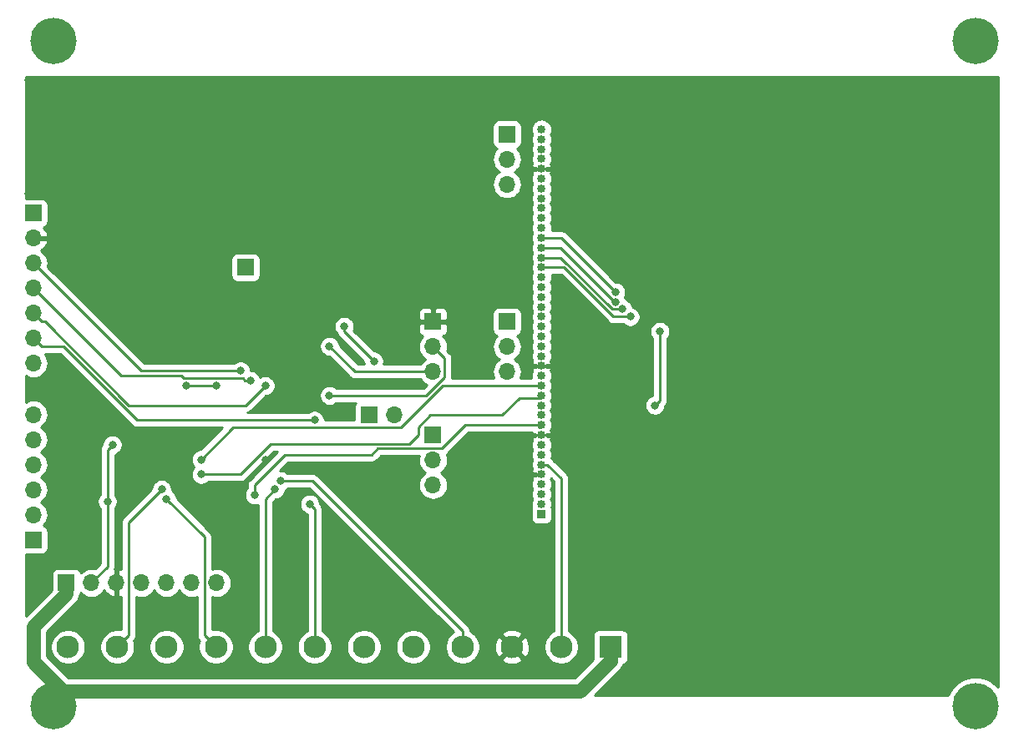
<source format=gbr>
G04 #@! TF.GenerationSoftware,KiCad,Pcbnew,5.1.0*
G04 #@! TF.CreationDate,2019-04-02T01:21:10-05:00*
G04 #@! TF.ProjectId,Cluster,436c7573-7465-4722-9e6b-696361645f70,rev?*
G04 #@! TF.SameCoordinates,Original*
G04 #@! TF.FileFunction,Copper,L2,Bot*
G04 #@! TF.FilePolarity,Positive*
%FSLAX46Y46*%
G04 Gerber Fmt 4.6, Leading zero omitted, Abs format (unit mm)*
G04 Created by KiCad (PCBNEW 5.1.0) date 2019-04-02 01:21:10*
%MOMM*%
%LPD*%
G04 APERTURE LIST*
%ADD10C,4.700000*%
%ADD11R,2.300000X2.300000*%
%ADD12C,2.300000*%
%ADD13O,1.700000X1.700000*%
%ADD14R,1.700000X1.700000*%
%ADD15R,0.850000X0.850000*%
%ADD16O,0.850000X0.850000*%
%ADD17C,0.800000*%
%ADD18C,1.400000*%
%ADD19C,0.250000*%
%ADD20C,0.254000*%
G04 APERTURE END LIST*
D10*
X147500000Y-138000000D03*
X241000000Y-138000000D03*
X241000000Y-70500000D03*
X147500000Y-70500000D03*
D11*
X204000000Y-132000000D03*
D12*
X199000000Y-132000000D03*
X194000000Y-132000000D03*
X189000000Y-132000000D03*
X184000000Y-132000000D03*
X179000000Y-132000000D03*
X174000000Y-132000000D03*
X169000000Y-132000000D03*
X164000000Y-132000000D03*
X159000000Y-132000000D03*
X154000000Y-132000000D03*
X149000000Y-132000000D03*
D13*
X186000000Y-115580000D03*
X186000000Y-113040000D03*
D14*
X186000000Y-110500000D03*
X186000000Y-99000000D03*
D13*
X186000000Y-101540000D03*
X186000000Y-104080000D03*
D14*
X145500000Y-88000000D03*
D13*
X145500000Y-90540000D03*
X145500000Y-93080000D03*
X145500000Y-95620000D03*
X145500000Y-98160000D03*
X145500000Y-100700000D03*
X145500000Y-103240000D03*
D14*
X145500000Y-121120000D03*
D13*
X145500000Y-118580000D03*
X145500000Y-116040000D03*
X145500000Y-113500000D03*
X145500000Y-110960000D03*
X145500000Y-108420000D03*
D15*
X197000000Y-118500000D03*
D16*
X197000000Y-117500000D03*
X197000000Y-116500000D03*
X197000000Y-115500000D03*
X197000000Y-114500000D03*
X197000000Y-113500000D03*
X197000000Y-112500000D03*
X197000000Y-111500000D03*
X197000000Y-110500000D03*
X197000000Y-109500000D03*
X197000000Y-108500000D03*
X197000000Y-107500000D03*
X197000000Y-106500000D03*
X197000000Y-105500000D03*
X197000000Y-104500000D03*
X197000000Y-103500000D03*
X197000000Y-102500000D03*
X197000000Y-101500000D03*
X197000000Y-100500000D03*
X197000000Y-99500000D03*
X197000000Y-98500000D03*
X197000000Y-97500000D03*
X197000000Y-96500000D03*
X197000000Y-95500000D03*
X197000000Y-94500000D03*
X197000000Y-93500000D03*
X197000000Y-92500000D03*
X197000000Y-91500000D03*
X197000000Y-90500000D03*
X197000000Y-89500000D03*
X197000000Y-88500000D03*
X197000000Y-87500000D03*
X197000000Y-86500000D03*
X197000000Y-85500000D03*
X197000000Y-84500000D03*
X197000000Y-83500000D03*
X197000000Y-82500000D03*
X197000000Y-81500000D03*
X197000000Y-80500000D03*
X197000000Y-79500000D03*
D14*
X193500000Y-80000000D03*
D13*
X193500000Y-82540000D03*
X193500000Y-85080000D03*
D14*
X167000000Y-93500000D03*
X179500000Y-108500000D03*
D13*
X182040000Y-108500000D03*
X193500000Y-104080000D03*
X193500000Y-101540000D03*
D14*
X193500000Y-99000000D03*
X148840000Y-125500000D03*
D13*
X151380000Y-125500000D03*
X153920000Y-125500000D03*
X156460000Y-125500000D03*
X159000000Y-125500000D03*
X161540000Y-125500000D03*
X164080000Y-125500000D03*
D17*
X150000000Y-110000000D03*
X151000000Y-117000000D03*
X145000000Y-74500000D03*
X145000000Y-86000000D03*
X152000000Y-95500000D03*
X167000000Y-96500000D03*
X162775000Y-117319051D03*
X171000000Y-122500000D03*
X182000000Y-105500000D03*
X175500000Y-104500000D03*
X169012653Y-113012653D03*
X159000000Y-114000000D03*
X164500000Y-102500000D03*
X180000000Y-103000000D03*
X177000000Y-99500000D03*
X209000000Y-100000000D03*
X208500000Y-107500000D03*
X153000000Y-117250000D03*
X153500000Y-111500000D03*
X170547063Y-115162906D03*
X173500000Y-117500000D03*
X170000000Y-116000000D03*
X158987347Y-116987347D03*
X158500000Y-116000000D03*
X175500000Y-106500000D03*
X175500000Y-101500000D03*
X166500000Y-104000000D03*
X167500000Y-105000000D03*
X169000000Y-105500000D03*
X174000000Y-109000000D03*
X167912347Y-116587653D03*
X162500000Y-114500000D03*
X162500000Y-113000000D03*
X206000000Y-98500000D03*
X205219761Y-97719761D03*
X204512653Y-97012653D03*
X204500000Y-96000000D03*
X164000000Y-105500000D03*
X161000000Y-105500000D03*
D18*
X204000000Y-133400000D02*
X200900000Y-136500000D01*
X204000000Y-132000000D02*
X204000000Y-133400000D01*
X200900000Y-136500000D02*
X148500000Y-136500000D01*
X148500000Y-136500000D02*
X145500000Y-133500000D01*
X148840000Y-126600000D02*
X148840000Y-125500000D01*
X145500000Y-129940000D02*
X148840000Y-126600000D01*
X145500000Y-133500000D02*
X145500000Y-129940000D01*
D19*
X180000000Y-103000000D02*
X177000000Y-100000000D01*
X177000000Y-100000000D02*
X177000000Y-99500000D01*
X209000000Y-100000000D02*
X209000000Y-107000000D01*
X209000000Y-107000000D02*
X208500000Y-107500000D01*
X199000000Y-130373655D02*
X199000000Y-132000000D01*
X199000000Y-114898960D02*
X199000000Y-130373655D01*
X197601040Y-113500000D02*
X199000000Y-114898960D01*
X197000000Y-113500000D02*
X197601040Y-113500000D01*
X153000000Y-117250000D02*
X153000000Y-112000000D01*
X153000000Y-112000000D02*
X153500000Y-111500000D01*
X153000000Y-123880000D02*
X151380000Y-125500000D01*
X153000000Y-117250000D02*
X153000000Y-123880000D01*
X173789251Y-115162906D02*
X170547063Y-115162906D01*
X189000000Y-132000000D02*
X189000000Y-130373655D01*
X189000000Y-130373655D02*
X173789251Y-115162906D01*
X174000000Y-132000000D02*
X174000000Y-118000000D01*
X174000000Y-118000000D02*
X173500000Y-117500000D01*
X169000000Y-132000000D02*
X169000000Y-117000000D01*
X169000000Y-117000000D02*
X170000000Y-116000000D01*
X162850001Y-120850001D02*
X158987347Y-116987347D01*
X164000000Y-132000000D02*
X162850001Y-130850001D01*
X162850001Y-130850001D02*
X162850001Y-120850001D01*
X155149999Y-119350001D02*
X158500000Y-116000000D01*
X154000000Y-132000000D02*
X155149999Y-130850001D01*
X155149999Y-130850001D02*
X155149999Y-119350001D01*
X185319002Y-106500000D02*
X175500000Y-106500000D01*
X187175001Y-104644001D02*
X185319002Y-106500000D01*
X186000000Y-101540000D02*
X187175001Y-102715001D01*
X187175001Y-102715001D02*
X187175001Y-104644001D01*
X186000000Y-104080000D02*
X178080000Y-104080000D01*
X178080000Y-104080000D02*
X175500000Y-101500000D01*
X156420000Y-104000000D02*
X145500000Y-93080000D01*
X166500000Y-104000000D02*
X156420000Y-104000000D01*
X167225001Y-104725001D02*
X167500000Y-105000000D01*
X145500000Y-95620000D02*
X154380000Y-104500000D01*
X166934315Y-105000000D02*
X167500000Y-105000000D01*
X166709314Y-104774999D02*
X166934315Y-105000000D01*
X160774999Y-104774999D02*
X166709314Y-104774999D01*
X160500000Y-104500000D02*
X160774999Y-104774999D01*
X154380000Y-104500000D02*
X160500000Y-104500000D01*
X167000000Y-107500000D02*
X168274999Y-106225001D01*
X155136410Y-107500000D02*
X167000000Y-107500000D01*
X146646409Y-99009999D02*
X155136410Y-107500000D01*
X168274999Y-106225001D02*
X169000000Y-105500000D01*
X145500000Y-98160000D02*
X146349999Y-99009999D01*
X146349999Y-99009999D02*
X146646409Y-99009999D01*
X146349999Y-101549999D02*
X148549999Y-101549999D01*
X145500000Y-100700000D02*
X146349999Y-101549999D01*
X148549999Y-101549999D02*
X156000000Y-109000000D01*
X156000000Y-109000000D02*
X174000000Y-109000000D01*
X197000000Y-109500000D02*
X196750001Y-109749999D01*
X179779002Y-112500000D02*
X171000000Y-112500000D01*
X171000000Y-112500000D02*
X167912347Y-115587653D01*
X167912347Y-115587653D02*
X167912347Y-116587653D01*
X180414003Y-111864999D02*
X179779002Y-112500000D01*
X186920003Y-111864999D02*
X180414003Y-111864999D01*
X189285002Y-109500000D02*
X186920003Y-111864999D01*
X197000000Y-109500000D02*
X189285002Y-109500000D01*
X196750001Y-106749999D02*
X194750001Y-106749999D01*
X197000000Y-106500000D02*
X196750001Y-106749999D01*
X194750001Y-106749999D02*
X193000000Y-108500000D01*
X193000000Y-108500000D02*
X187500000Y-108500000D01*
X185714998Y-108500000D02*
X184500000Y-109714998D01*
X187500000Y-108500000D02*
X185714998Y-108500000D01*
X184500000Y-109714998D02*
X184500000Y-110500000D01*
X184500000Y-110500000D02*
X183585011Y-111414989D01*
X183585011Y-111414989D02*
X169585011Y-111414989D01*
X169585011Y-111414989D02*
X166500000Y-114500000D01*
X166500000Y-114500000D02*
X162500000Y-114500000D01*
X165774999Y-109725001D02*
X162500000Y-113000000D01*
X182730411Y-109725001D02*
X165774999Y-109725001D01*
X197000000Y-105500000D02*
X186955412Y-105500000D01*
X186955412Y-105500000D02*
X182730411Y-109725001D01*
X204290588Y-98500000D02*
X206000000Y-98500000D01*
X197000000Y-93500000D02*
X199290588Y-93500000D01*
X199290588Y-93500000D02*
X204290588Y-98500000D01*
X205201868Y-97737654D02*
X205219761Y-97719761D01*
X204164652Y-97737654D02*
X205201868Y-97737654D01*
X197000000Y-92500000D02*
X198926998Y-92500000D01*
X198926998Y-92500000D02*
X204164652Y-97737654D01*
X204439651Y-97012653D02*
X204512653Y-97012653D01*
X197000000Y-91500000D02*
X198926998Y-91500000D01*
X198926998Y-91500000D02*
X204439651Y-97012653D01*
X197000000Y-90500000D02*
X199000000Y-90500000D01*
X199000000Y-90500000D02*
X204500000Y-96000000D01*
X164000000Y-105500000D02*
X161000000Y-105500000D01*
D20*
G36*
X243290001Y-136068574D02*
G01*
X242902826Y-135681399D01*
X242413928Y-135354727D01*
X241870692Y-135129712D01*
X241293997Y-135015000D01*
X240706003Y-135015000D01*
X240129308Y-135129712D01*
X239586072Y-135354727D01*
X239097174Y-135681399D01*
X238681399Y-136097174D01*
X238354727Y-136586072D01*
X238235878Y-136873000D01*
X202414974Y-136873000D01*
X204897614Y-134390361D01*
X204948555Y-134348555D01*
X205115382Y-134145275D01*
X205239347Y-133913354D01*
X205281737Y-133773611D01*
X205394180Y-133739502D01*
X205504494Y-133680537D01*
X205601185Y-133601185D01*
X205680537Y-133504494D01*
X205739502Y-133394180D01*
X205775812Y-133274482D01*
X205788072Y-133150000D01*
X205788072Y-130850000D01*
X205775812Y-130725518D01*
X205739502Y-130605820D01*
X205680537Y-130495506D01*
X205601185Y-130398815D01*
X205504494Y-130319463D01*
X205394180Y-130260498D01*
X205274482Y-130224188D01*
X205150000Y-130211928D01*
X202850000Y-130211928D01*
X202725518Y-130224188D01*
X202605820Y-130260498D01*
X202495506Y-130319463D01*
X202398815Y-130398815D01*
X202319463Y-130495506D01*
X202260498Y-130605820D01*
X202224188Y-130725518D01*
X202211928Y-130850000D01*
X202211928Y-133150000D01*
X202224188Y-133274482D01*
X202227296Y-133284729D01*
X200347026Y-135165000D01*
X149052975Y-135165000D01*
X146835000Y-132947026D01*
X146835000Y-131824193D01*
X147215000Y-131824193D01*
X147215000Y-132175807D01*
X147283596Y-132520665D01*
X147418153Y-132845515D01*
X147613500Y-133137871D01*
X147862129Y-133386500D01*
X148154485Y-133581847D01*
X148479335Y-133716404D01*
X148824193Y-133785000D01*
X149175807Y-133785000D01*
X149520665Y-133716404D01*
X149845515Y-133581847D01*
X150137871Y-133386500D01*
X150386500Y-133137871D01*
X150581847Y-132845515D01*
X150716404Y-132520665D01*
X150785000Y-132175807D01*
X150785000Y-131824193D01*
X152215000Y-131824193D01*
X152215000Y-132175807D01*
X152283596Y-132520665D01*
X152418153Y-132845515D01*
X152613500Y-133137871D01*
X152862129Y-133386500D01*
X153154485Y-133581847D01*
X153479335Y-133716404D01*
X153824193Y-133785000D01*
X154175807Y-133785000D01*
X154520665Y-133716404D01*
X154845515Y-133581847D01*
X155137871Y-133386500D01*
X155386500Y-133137871D01*
X155581847Y-132845515D01*
X155716404Y-132520665D01*
X155785000Y-132175807D01*
X155785000Y-131824193D01*
X157215000Y-131824193D01*
X157215000Y-132175807D01*
X157283596Y-132520665D01*
X157418153Y-132845515D01*
X157613500Y-133137871D01*
X157862129Y-133386500D01*
X158154485Y-133581847D01*
X158479335Y-133716404D01*
X158824193Y-133785000D01*
X159175807Y-133785000D01*
X159520665Y-133716404D01*
X159845515Y-133581847D01*
X160137871Y-133386500D01*
X160386500Y-133137871D01*
X160581847Y-132845515D01*
X160716404Y-132520665D01*
X160785000Y-132175807D01*
X160785000Y-131824193D01*
X160716404Y-131479335D01*
X160581847Y-131154485D01*
X160386500Y-130862129D01*
X160137871Y-130613500D01*
X159845515Y-130418153D01*
X159520665Y-130283596D01*
X159175807Y-130215000D01*
X158824193Y-130215000D01*
X158479335Y-130283596D01*
X158154485Y-130418153D01*
X157862129Y-130613500D01*
X157613500Y-130862129D01*
X157418153Y-131154485D01*
X157283596Y-131479335D01*
X157215000Y-131824193D01*
X155785000Y-131824193D01*
X155716404Y-131479335D01*
X155682090Y-131396494D01*
X155690000Y-131390002D01*
X155784973Y-131274277D01*
X155855545Y-131142248D01*
X155899002Y-130998987D01*
X155909999Y-130887334D01*
X155909999Y-130887325D01*
X155913675Y-130850002D01*
X155909999Y-130812679D01*
X155909999Y-126884979D01*
X156168889Y-126963513D01*
X156387050Y-126985000D01*
X156532950Y-126985000D01*
X156751111Y-126963513D01*
X157031034Y-126878599D01*
X157289014Y-126740706D01*
X157515134Y-126555134D01*
X157700706Y-126329014D01*
X157730000Y-126274209D01*
X157759294Y-126329014D01*
X157944866Y-126555134D01*
X158170986Y-126740706D01*
X158428966Y-126878599D01*
X158708889Y-126963513D01*
X158927050Y-126985000D01*
X159072950Y-126985000D01*
X159291111Y-126963513D01*
X159571034Y-126878599D01*
X159829014Y-126740706D01*
X160055134Y-126555134D01*
X160240706Y-126329014D01*
X160270000Y-126274209D01*
X160299294Y-126329014D01*
X160484866Y-126555134D01*
X160710986Y-126740706D01*
X160968966Y-126878599D01*
X161248889Y-126963513D01*
X161467050Y-126985000D01*
X161612950Y-126985000D01*
X161831111Y-126963513D01*
X162090001Y-126884979D01*
X162090001Y-130812679D01*
X162086325Y-130850001D01*
X162090001Y-130887323D01*
X162090001Y-130887333D01*
X162100998Y-130998986D01*
X162125331Y-131079201D01*
X162144455Y-131142247D01*
X162215027Y-131274277D01*
X162254872Y-131322827D01*
X162310000Y-131390002D01*
X162317910Y-131396494D01*
X162283596Y-131479335D01*
X162215000Y-131824193D01*
X162215000Y-132175807D01*
X162283596Y-132520665D01*
X162418153Y-132845515D01*
X162613500Y-133137871D01*
X162862129Y-133386500D01*
X163154485Y-133581847D01*
X163479335Y-133716404D01*
X163824193Y-133785000D01*
X164175807Y-133785000D01*
X164520665Y-133716404D01*
X164845515Y-133581847D01*
X165137871Y-133386500D01*
X165386500Y-133137871D01*
X165581847Y-132845515D01*
X165716404Y-132520665D01*
X165785000Y-132175807D01*
X165785000Y-131824193D01*
X165716404Y-131479335D01*
X165581847Y-131154485D01*
X165386500Y-130862129D01*
X165137871Y-130613500D01*
X164845515Y-130418153D01*
X164520665Y-130283596D01*
X164175807Y-130215000D01*
X163824193Y-130215000D01*
X163610001Y-130257605D01*
X163610001Y-126909248D01*
X163788889Y-126963513D01*
X164007050Y-126985000D01*
X164152950Y-126985000D01*
X164371111Y-126963513D01*
X164651034Y-126878599D01*
X164909014Y-126740706D01*
X165135134Y-126555134D01*
X165320706Y-126329014D01*
X165458599Y-126071034D01*
X165543513Y-125791111D01*
X165572185Y-125500000D01*
X165543513Y-125208889D01*
X165458599Y-124928966D01*
X165320706Y-124670986D01*
X165135134Y-124444866D01*
X164909014Y-124259294D01*
X164651034Y-124121401D01*
X164371111Y-124036487D01*
X164152950Y-124015000D01*
X164007050Y-124015000D01*
X163788889Y-124036487D01*
X163610001Y-124090752D01*
X163610001Y-120887326D01*
X163613677Y-120850001D01*
X163610001Y-120812676D01*
X163610001Y-120812668D01*
X163599004Y-120701015D01*
X163555547Y-120557754D01*
X163484975Y-120425725D01*
X163390002Y-120310000D01*
X163361004Y-120286202D01*
X160022347Y-116947546D01*
X160022347Y-116885408D01*
X159982573Y-116685449D01*
X159904552Y-116497091D01*
X159791284Y-116327573D01*
X159647121Y-116183410D01*
X159533849Y-116107724D01*
X159535000Y-116101939D01*
X159535000Y-115898061D01*
X159495226Y-115698102D01*
X159417205Y-115509744D01*
X159303937Y-115340226D01*
X159159774Y-115196063D01*
X158990256Y-115082795D01*
X158801898Y-115004774D01*
X158601939Y-114965000D01*
X158398061Y-114965000D01*
X158198102Y-115004774D01*
X158009744Y-115082795D01*
X157840226Y-115196063D01*
X157696063Y-115340226D01*
X157582795Y-115509744D01*
X157504774Y-115698102D01*
X157465000Y-115898061D01*
X157465000Y-115960198D01*
X154638997Y-118786202D01*
X154609999Y-118810000D01*
X154586201Y-118838998D01*
X154586200Y-118838999D01*
X154515025Y-118925725D01*
X154444453Y-119057755D01*
X154400997Y-119201016D01*
X154386323Y-119350001D01*
X154390000Y-119387333D01*
X154390000Y-124092832D01*
X154276890Y-124058524D01*
X154047000Y-124179845D01*
X154047000Y-125373000D01*
X154067000Y-125373000D01*
X154067000Y-125627000D01*
X154047000Y-125627000D01*
X154047000Y-126820155D01*
X154276890Y-126941476D01*
X154389999Y-126907168D01*
X154389999Y-130257605D01*
X154175807Y-130215000D01*
X153824193Y-130215000D01*
X153479335Y-130283596D01*
X153154485Y-130418153D01*
X152862129Y-130613500D01*
X152613500Y-130862129D01*
X152418153Y-131154485D01*
X152283596Y-131479335D01*
X152215000Y-131824193D01*
X150785000Y-131824193D01*
X150716404Y-131479335D01*
X150581847Y-131154485D01*
X150386500Y-130862129D01*
X150137871Y-130613500D01*
X149845515Y-130418153D01*
X149520665Y-130283596D01*
X149175807Y-130215000D01*
X148824193Y-130215000D01*
X148479335Y-130283596D01*
X148154485Y-130418153D01*
X147862129Y-130613500D01*
X147613500Y-130862129D01*
X147418153Y-131154485D01*
X147283596Y-131479335D01*
X147215000Y-131824193D01*
X146835000Y-131824193D01*
X146835000Y-130492974D01*
X149737615Y-127590360D01*
X149788555Y-127548555D01*
X149955382Y-127345275D01*
X150079347Y-127113354D01*
X150155683Y-126861706D01*
X150164434Y-126772856D01*
X150220537Y-126704494D01*
X150279502Y-126594180D01*
X150300393Y-126525313D01*
X150324866Y-126555134D01*
X150550986Y-126740706D01*
X150808966Y-126878599D01*
X151088889Y-126963513D01*
X151307050Y-126985000D01*
X151452950Y-126985000D01*
X151671111Y-126963513D01*
X151951034Y-126878599D01*
X152209014Y-126740706D01*
X152435134Y-126555134D01*
X152620706Y-126329014D01*
X152655201Y-126264477D01*
X152724822Y-126381355D01*
X152919731Y-126597588D01*
X153153080Y-126771641D01*
X153415901Y-126896825D01*
X153563110Y-126941476D01*
X153793000Y-126820155D01*
X153793000Y-125627000D01*
X153773000Y-125627000D01*
X153773000Y-125373000D01*
X153793000Y-125373000D01*
X153793000Y-124179845D01*
X153715627Y-124139013D01*
X153749003Y-124028986D01*
X153760000Y-123917333D01*
X153760000Y-123917323D01*
X153763676Y-123880000D01*
X153760000Y-123842677D01*
X153760000Y-117953711D01*
X153803937Y-117909774D01*
X153917205Y-117740256D01*
X153995226Y-117551898D01*
X154035000Y-117351939D01*
X154035000Y-117148061D01*
X153995226Y-116948102D01*
X153917205Y-116759744D01*
X153803937Y-116590226D01*
X153760000Y-116546289D01*
X153760000Y-112503560D01*
X153801898Y-112495226D01*
X153990256Y-112417205D01*
X154159774Y-112303937D01*
X154303937Y-112159774D01*
X154417205Y-111990256D01*
X154495226Y-111801898D01*
X154535000Y-111601939D01*
X154535000Y-111398061D01*
X154495226Y-111198102D01*
X154417205Y-111009744D01*
X154303937Y-110840226D01*
X154159774Y-110696063D01*
X153990256Y-110582795D01*
X153801898Y-110504774D01*
X153601939Y-110465000D01*
X153398061Y-110465000D01*
X153198102Y-110504774D01*
X153009744Y-110582795D01*
X152840226Y-110696063D01*
X152696063Y-110840226D01*
X152582795Y-111009744D01*
X152504774Y-111198102D01*
X152465000Y-111398061D01*
X152465000Y-111455896D01*
X152460000Y-111459999D01*
X152436202Y-111488997D01*
X152436201Y-111488998D01*
X152365026Y-111575724D01*
X152294454Y-111707754D01*
X152285788Y-111736324D01*
X152250998Y-111851014D01*
X152249618Y-111865026D01*
X152236324Y-112000000D01*
X152240001Y-112037332D01*
X152240000Y-116546289D01*
X152196063Y-116590226D01*
X152082795Y-116759744D01*
X152004774Y-116948102D01*
X151965000Y-117148061D01*
X151965000Y-117351939D01*
X152004774Y-117551898D01*
X152082795Y-117740256D01*
X152196063Y-117909774D01*
X152240000Y-117953711D01*
X152240001Y-123565197D01*
X151745995Y-124059203D01*
X151671111Y-124036487D01*
X151452950Y-124015000D01*
X151307050Y-124015000D01*
X151088889Y-124036487D01*
X150808966Y-124121401D01*
X150550986Y-124259294D01*
X150324866Y-124444866D01*
X150300393Y-124474687D01*
X150279502Y-124405820D01*
X150220537Y-124295506D01*
X150141185Y-124198815D01*
X150044494Y-124119463D01*
X149934180Y-124060498D01*
X149814482Y-124024188D01*
X149690000Y-124011928D01*
X147990000Y-124011928D01*
X147865518Y-124024188D01*
X147745820Y-124060498D01*
X147635506Y-124119463D01*
X147538815Y-124198815D01*
X147459463Y-124295506D01*
X147400498Y-124405820D01*
X147364188Y-124525518D01*
X147351928Y-124650000D01*
X147351928Y-126200097D01*
X144710000Y-128842026D01*
X144710000Y-122608072D01*
X146350000Y-122608072D01*
X146474482Y-122595812D01*
X146594180Y-122559502D01*
X146704494Y-122500537D01*
X146801185Y-122421185D01*
X146880537Y-122324494D01*
X146939502Y-122214180D01*
X146975812Y-122094482D01*
X146988072Y-121970000D01*
X146988072Y-120270000D01*
X146975812Y-120145518D01*
X146939502Y-120025820D01*
X146880537Y-119915506D01*
X146801185Y-119818815D01*
X146704494Y-119739463D01*
X146594180Y-119680498D01*
X146525313Y-119659607D01*
X146555134Y-119635134D01*
X146740706Y-119409014D01*
X146878599Y-119151034D01*
X146963513Y-118871111D01*
X146992185Y-118580000D01*
X146963513Y-118288889D01*
X146878599Y-118008966D01*
X146740706Y-117750986D01*
X146555134Y-117524866D01*
X146329014Y-117339294D01*
X146274209Y-117310000D01*
X146329014Y-117280706D01*
X146555134Y-117095134D01*
X146740706Y-116869014D01*
X146878599Y-116611034D01*
X146963513Y-116331111D01*
X146992185Y-116040000D01*
X146963513Y-115748889D01*
X146878599Y-115468966D01*
X146740706Y-115210986D01*
X146555134Y-114984866D01*
X146329014Y-114799294D01*
X146274209Y-114770000D01*
X146329014Y-114740706D01*
X146555134Y-114555134D01*
X146740706Y-114329014D01*
X146878599Y-114071034D01*
X146963513Y-113791111D01*
X146992185Y-113500000D01*
X146963513Y-113208889D01*
X146878599Y-112928966D01*
X146740706Y-112670986D01*
X146555134Y-112444866D01*
X146329014Y-112259294D01*
X146274209Y-112230000D01*
X146329014Y-112200706D01*
X146555134Y-112015134D01*
X146740706Y-111789014D01*
X146878599Y-111531034D01*
X146963513Y-111251111D01*
X146992185Y-110960000D01*
X146963513Y-110668889D01*
X146878599Y-110388966D01*
X146740706Y-110130986D01*
X146555134Y-109904866D01*
X146329014Y-109719294D01*
X146274209Y-109690000D01*
X146329014Y-109660706D01*
X146555134Y-109475134D01*
X146740706Y-109249014D01*
X146878599Y-108991034D01*
X146963513Y-108711111D01*
X146992185Y-108420000D01*
X146963513Y-108128889D01*
X146878599Y-107848966D01*
X146740706Y-107590986D01*
X146555134Y-107364866D01*
X146329014Y-107179294D01*
X146071034Y-107041401D01*
X145791111Y-106956487D01*
X145572950Y-106935000D01*
X145427050Y-106935000D01*
X145208889Y-106956487D01*
X144928966Y-107041401D01*
X144710000Y-107158441D01*
X144710000Y-104501559D01*
X144928966Y-104618599D01*
X145208889Y-104703513D01*
X145427050Y-104725000D01*
X145572950Y-104725000D01*
X145791111Y-104703513D01*
X146071034Y-104618599D01*
X146329014Y-104480706D01*
X146555134Y-104295134D01*
X146740706Y-104069014D01*
X146878599Y-103811034D01*
X146963513Y-103531111D01*
X146992185Y-103240000D01*
X146963513Y-102948889D01*
X146878599Y-102668966D01*
X146740706Y-102410986D01*
X146657828Y-102309999D01*
X148235198Y-102309999D01*
X155436205Y-109511008D01*
X155459999Y-109540001D01*
X155488992Y-109563795D01*
X155488996Y-109563799D01*
X155540881Y-109606379D01*
X155575724Y-109634974D01*
X155707753Y-109705546D01*
X155851014Y-109749003D01*
X155962667Y-109760000D01*
X155962676Y-109760000D01*
X155999999Y-109763676D01*
X156037322Y-109760000D01*
X164665198Y-109760000D01*
X162460199Y-111965000D01*
X162398061Y-111965000D01*
X162198102Y-112004774D01*
X162009744Y-112082795D01*
X161840226Y-112196063D01*
X161696063Y-112340226D01*
X161582795Y-112509744D01*
X161504774Y-112698102D01*
X161465000Y-112898061D01*
X161465000Y-113101939D01*
X161504774Y-113301898D01*
X161582795Y-113490256D01*
X161696063Y-113659774D01*
X161786289Y-113750000D01*
X161696063Y-113840226D01*
X161582795Y-114009744D01*
X161504774Y-114198102D01*
X161465000Y-114398061D01*
X161465000Y-114601939D01*
X161504774Y-114801898D01*
X161582795Y-114990256D01*
X161696063Y-115159774D01*
X161840226Y-115303937D01*
X162009744Y-115417205D01*
X162198102Y-115495226D01*
X162398061Y-115535000D01*
X162601939Y-115535000D01*
X162801898Y-115495226D01*
X162990256Y-115417205D01*
X163159774Y-115303937D01*
X163203711Y-115260000D01*
X166462678Y-115260000D01*
X166500000Y-115263676D01*
X166537322Y-115260000D01*
X166537333Y-115260000D01*
X166648986Y-115249003D01*
X166792247Y-115205546D01*
X166924276Y-115134974D01*
X167040001Y-115040001D01*
X167063804Y-115010997D01*
X169899814Y-112174989D01*
X170250209Y-112174989D01*
X167401350Y-115023849D01*
X167372346Y-115047652D01*
X167317218Y-115114827D01*
X167277373Y-115163377D01*
X167238382Y-115236324D01*
X167206801Y-115295407D01*
X167163344Y-115438668D01*
X167152347Y-115550321D01*
X167152347Y-115550331D01*
X167148671Y-115587653D01*
X167152347Y-115624976D01*
X167152347Y-115883942D01*
X167108410Y-115927879D01*
X166995142Y-116097397D01*
X166917121Y-116285755D01*
X166877347Y-116485714D01*
X166877347Y-116689592D01*
X166917121Y-116889551D01*
X166995142Y-117077909D01*
X167108410Y-117247427D01*
X167252573Y-117391590D01*
X167422091Y-117504858D01*
X167610449Y-117582879D01*
X167810408Y-117622653D01*
X168014286Y-117622653D01*
X168214245Y-117582879D01*
X168240001Y-117572210D01*
X168240000Y-130382732D01*
X168154485Y-130418153D01*
X167862129Y-130613500D01*
X167613500Y-130862129D01*
X167418153Y-131154485D01*
X167283596Y-131479335D01*
X167215000Y-131824193D01*
X167215000Y-132175807D01*
X167283596Y-132520665D01*
X167418153Y-132845515D01*
X167613500Y-133137871D01*
X167862129Y-133386500D01*
X168154485Y-133581847D01*
X168479335Y-133716404D01*
X168824193Y-133785000D01*
X169175807Y-133785000D01*
X169520665Y-133716404D01*
X169845515Y-133581847D01*
X170137871Y-133386500D01*
X170386500Y-133137871D01*
X170581847Y-132845515D01*
X170716404Y-132520665D01*
X170785000Y-132175807D01*
X170785000Y-131824193D01*
X172215000Y-131824193D01*
X172215000Y-132175807D01*
X172283596Y-132520665D01*
X172418153Y-132845515D01*
X172613500Y-133137871D01*
X172862129Y-133386500D01*
X173154485Y-133581847D01*
X173479335Y-133716404D01*
X173824193Y-133785000D01*
X174175807Y-133785000D01*
X174520665Y-133716404D01*
X174845515Y-133581847D01*
X175137871Y-133386500D01*
X175386500Y-133137871D01*
X175581847Y-132845515D01*
X175716404Y-132520665D01*
X175785000Y-132175807D01*
X175785000Y-131824193D01*
X177215000Y-131824193D01*
X177215000Y-132175807D01*
X177283596Y-132520665D01*
X177418153Y-132845515D01*
X177613500Y-133137871D01*
X177862129Y-133386500D01*
X178154485Y-133581847D01*
X178479335Y-133716404D01*
X178824193Y-133785000D01*
X179175807Y-133785000D01*
X179520665Y-133716404D01*
X179845515Y-133581847D01*
X180137871Y-133386500D01*
X180386500Y-133137871D01*
X180581847Y-132845515D01*
X180716404Y-132520665D01*
X180785000Y-132175807D01*
X180785000Y-131824193D01*
X182215000Y-131824193D01*
X182215000Y-132175807D01*
X182283596Y-132520665D01*
X182418153Y-132845515D01*
X182613500Y-133137871D01*
X182862129Y-133386500D01*
X183154485Y-133581847D01*
X183479335Y-133716404D01*
X183824193Y-133785000D01*
X184175807Y-133785000D01*
X184520665Y-133716404D01*
X184845515Y-133581847D01*
X185137871Y-133386500D01*
X185386500Y-133137871D01*
X185581847Y-132845515D01*
X185716404Y-132520665D01*
X185785000Y-132175807D01*
X185785000Y-131824193D01*
X185716404Y-131479335D01*
X185581847Y-131154485D01*
X185386500Y-130862129D01*
X185137871Y-130613500D01*
X184845515Y-130418153D01*
X184520665Y-130283596D01*
X184175807Y-130215000D01*
X183824193Y-130215000D01*
X183479335Y-130283596D01*
X183154485Y-130418153D01*
X182862129Y-130613500D01*
X182613500Y-130862129D01*
X182418153Y-131154485D01*
X182283596Y-131479335D01*
X182215000Y-131824193D01*
X180785000Y-131824193D01*
X180716404Y-131479335D01*
X180581847Y-131154485D01*
X180386500Y-130862129D01*
X180137871Y-130613500D01*
X179845515Y-130418153D01*
X179520665Y-130283596D01*
X179175807Y-130215000D01*
X178824193Y-130215000D01*
X178479335Y-130283596D01*
X178154485Y-130418153D01*
X177862129Y-130613500D01*
X177613500Y-130862129D01*
X177418153Y-131154485D01*
X177283596Y-131479335D01*
X177215000Y-131824193D01*
X175785000Y-131824193D01*
X175716404Y-131479335D01*
X175581847Y-131154485D01*
X175386500Y-130862129D01*
X175137871Y-130613500D01*
X174845515Y-130418153D01*
X174760000Y-130382732D01*
X174760000Y-118037325D01*
X174763676Y-118000000D01*
X174760000Y-117962675D01*
X174760000Y-117962667D01*
X174749003Y-117851014D01*
X174705546Y-117707753D01*
X174634974Y-117575724D01*
X174540001Y-117459999D01*
X174535000Y-117455895D01*
X174535000Y-117398061D01*
X174495226Y-117198102D01*
X174417205Y-117009744D01*
X174303937Y-116840226D01*
X174159774Y-116696063D01*
X173990256Y-116582795D01*
X173801898Y-116504774D01*
X173601939Y-116465000D01*
X173398061Y-116465000D01*
X173198102Y-116504774D01*
X173009744Y-116582795D01*
X172840226Y-116696063D01*
X172696063Y-116840226D01*
X172582795Y-117009744D01*
X172504774Y-117198102D01*
X172465000Y-117398061D01*
X172465000Y-117601939D01*
X172504774Y-117801898D01*
X172582795Y-117990256D01*
X172696063Y-118159774D01*
X172840226Y-118303937D01*
X173009744Y-118417205D01*
X173198102Y-118495226D01*
X173240001Y-118503560D01*
X173240000Y-130382732D01*
X173154485Y-130418153D01*
X172862129Y-130613500D01*
X172613500Y-130862129D01*
X172418153Y-131154485D01*
X172283596Y-131479335D01*
X172215000Y-131824193D01*
X170785000Y-131824193D01*
X170716404Y-131479335D01*
X170581847Y-131154485D01*
X170386500Y-130862129D01*
X170137871Y-130613500D01*
X169845515Y-130418153D01*
X169760000Y-130382732D01*
X169760000Y-117314801D01*
X170039802Y-117035000D01*
X170101939Y-117035000D01*
X170301898Y-116995226D01*
X170490256Y-116917205D01*
X170659774Y-116803937D01*
X170803937Y-116659774D01*
X170917205Y-116490256D01*
X170995226Y-116301898D01*
X171035000Y-116101939D01*
X171035000Y-116081072D01*
X171037319Y-116080111D01*
X171206837Y-115966843D01*
X171250774Y-115922906D01*
X173474450Y-115922906D01*
X188043712Y-130492169D01*
X187862129Y-130613500D01*
X187613500Y-130862129D01*
X187418153Y-131154485D01*
X187283596Y-131479335D01*
X187215000Y-131824193D01*
X187215000Y-132175807D01*
X187283596Y-132520665D01*
X187418153Y-132845515D01*
X187613500Y-133137871D01*
X187862129Y-133386500D01*
X188154485Y-133581847D01*
X188479335Y-133716404D01*
X188824193Y-133785000D01*
X189175807Y-133785000D01*
X189520665Y-133716404D01*
X189845515Y-133581847D01*
X190137871Y-133386500D01*
X190282022Y-133242349D01*
X192937256Y-133242349D01*
X193051118Y-133522090D01*
X193366296Y-133677961D01*
X193705826Y-133769349D01*
X194056661Y-133792741D01*
X194405319Y-133747240D01*
X194738400Y-133634594D01*
X194948882Y-133522090D01*
X195062744Y-133242349D01*
X194000000Y-132179605D01*
X192937256Y-133242349D01*
X190282022Y-133242349D01*
X190386500Y-133137871D01*
X190581847Y-132845515D01*
X190716404Y-132520665D01*
X190785000Y-132175807D01*
X190785000Y-132056661D01*
X192207259Y-132056661D01*
X192252760Y-132405319D01*
X192365406Y-132738400D01*
X192477910Y-132948882D01*
X192757651Y-133062744D01*
X193820395Y-132000000D01*
X194179605Y-132000000D01*
X195242349Y-133062744D01*
X195522090Y-132948882D01*
X195677961Y-132633704D01*
X195769349Y-132294174D01*
X195792741Y-131943339D01*
X195747240Y-131594681D01*
X195634594Y-131261600D01*
X195522090Y-131051118D01*
X195242349Y-130937256D01*
X194179605Y-132000000D01*
X193820395Y-132000000D01*
X192757651Y-130937256D01*
X192477910Y-131051118D01*
X192322039Y-131366296D01*
X192230651Y-131705826D01*
X192207259Y-132056661D01*
X190785000Y-132056661D01*
X190785000Y-131824193D01*
X190716404Y-131479335D01*
X190581847Y-131154485D01*
X190386500Y-130862129D01*
X190282022Y-130757651D01*
X192937256Y-130757651D01*
X194000000Y-131820395D01*
X195062744Y-130757651D01*
X194948882Y-130477910D01*
X194633704Y-130322039D01*
X194294174Y-130230651D01*
X193943339Y-130207259D01*
X193594681Y-130252760D01*
X193261600Y-130365406D01*
X193051118Y-130477910D01*
X192937256Y-130757651D01*
X190282022Y-130757651D01*
X190137871Y-130613500D01*
X189845515Y-130418153D01*
X189762674Y-130383839D01*
X189763677Y-130373655D01*
X189758340Y-130319463D01*
X189749003Y-130224669D01*
X189705546Y-130081408D01*
X189634974Y-129949379D01*
X189540001Y-129833654D01*
X189511003Y-129809856D01*
X174353055Y-114651909D01*
X174329252Y-114622905D01*
X174213527Y-114527932D01*
X174081498Y-114457360D01*
X173938237Y-114413903D01*
X173826584Y-114402906D01*
X173826573Y-114402906D01*
X173789251Y-114399230D01*
X173751929Y-114402906D01*
X171250774Y-114402906D01*
X171206837Y-114358969D01*
X171037319Y-114245701D01*
X170848961Y-114167680D01*
X170649002Y-114127906D01*
X170446896Y-114127906D01*
X171314802Y-113260000D01*
X179741680Y-113260000D01*
X179779002Y-113263676D01*
X179816324Y-113260000D01*
X179816335Y-113260000D01*
X179927988Y-113249003D01*
X180071249Y-113205546D01*
X180203278Y-113134974D01*
X180319003Y-113040001D01*
X180342805Y-113010998D01*
X180728805Y-112624999D01*
X184574069Y-112624999D01*
X184536487Y-112748889D01*
X184507815Y-113040000D01*
X184536487Y-113331111D01*
X184621401Y-113611034D01*
X184759294Y-113869014D01*
X184944866Y-114095134D01*
X185170986Y-114280706D01*
X185225791Y-114310000D01*
X185170986Y-114339294D01*
X184944866Y-114524866D01*
X184759294Y-114750986D01*
X184621401Y-115008966D01*
X184536487Y-115288889D01*
X184507815Y-115580000D01*
X184536487Y-115871111D01*
X184621401Y-116151034D01*
X184759294Y-116409014D01*
X184944866Y-116635134D01*
X185170986Y-116820706D01*
X185428966Y-116958599D01*
X185708889Y-117043513D01*
X185927050Y-117065000D01*
X186072950Y-117065000D01*
X186291111Y-117043513D01*
X186571034Y-116958599D01*
X186829014Y-116820706D01*
X187055134Y-116635134D01*
X187240706Y-116409014D01*
X187378599Y-116151034D01*
X187463513Y-115871111D01*
X187492185Y-115580000D01*
X187463513Y-115288889D01*
X187378599Y-115008966D01*
X187240706Y-114750986D01*
X187055134Y-114524866D01*
X186829014Y-114339294D01*
X186774209Y-114310000D01*
X186829014Y-114280706D01*
X187055134Y-114095134D01*
X187240706Y-113869014D01*
X187378599Y-113611034D01*
X187463513Y-113331111D01*
X187492185Y-113040000D01*
X187463513Y-112748889D01*
X187379289Y-112471241D01*
X187460004Y-112405000D01*
X187483807Y-112375996D01*
X189599804Y-110260000D01*
X196019537Y-110260000D01*
X196107743Y-110373000D01*
X196311136Y-110373000D01*
X196325725Y-110384973D01*
X196457755Y-110455545D01*
X196601016Y-110499001D01*
X196636685Y-110502514D01*
X196592393Y-110515950D01*
X196408247Y-110614378D01*
X196392867Y-110627000D01*
X196107743Y-110627000D01*
X195980460Y-110790062D01*
X195991128Y-110825250D01*
X196066302Y-110998191D01*
X196015950Y-111092393D01*
X195955338Y-111292204D01*
X195934872Y-111500000D01*
X195955338Y-111707796D01*
X196015950Y-111907607D01*
X196065335Y-112000000D01*
X196015950Y-112092393D01*
X195955338Y-112292204D01*
X195934872Y-112500000D01*
X195955338Y-112707796D01*
X196015950Y-112907607D01*
X196065335Y-113000000D01*
X196015950Y-113092393D01*
X195955338Y-113292204D01*
X195934872Y-113500000D01*
X195955338Y-113707796D01*
X196015950Y-113907607D01*
X196066302Y-114001809D01*
X195991128Y-114174750D01*
X195980460Y-114209938D01*
X196107743Y-114373000D01*
X196392867Y-114373000D01*
X196408247Y-114385622D01*
X196592393Y-114484050D01*
X196644973Y-114500000D01*
X196592393Y-114515950D01*
X196408247Y-114614378D01*
X196392867Y-114627000D01*
X196107743Y-114627000D01*
X195980460Y-114790062D01*
X195991128Y-114825250D01*
X196066302Y-114998191D01*
X196015950Y-115092393D01*
X195955338Y-115292204D01*
X195934872Y-115500000D01*
X195955338Y-115707796D01*
X196015950Y-115907607D01*
X196065335Y-116000000D01*
X196015950Y-116092393D01*
X195955338Y-116292204D01*
X195934872Y-116500000D01*
X195955338Y-116707796D01*
X196015950Y-116907607D01*
X196065335Y-117000000D01*
X196015950Y-117092393D01*
X195955338Y-117292204D01*
X195934872Y-117500000D01*
X195955338Y-117707796D01*
X195990065Y-117822276D01*
X195985498Y-117830820D01*
X195949188Y-117950518D01*
X195936928Y-118075000D01*
X195936928Y-118925000D01*
X195949188Y-119049482D01*
X195985498Y-119169180D01*
X196044463Y-119279494D01*
X196123815Y-119376185D01*
X196220506Y-119455537D01*
X196330820Y-119514502D01*
X196450518Y-119550812D01*
X196575000Y-119563072D01*
X197425000Y-119563072D01*
X197549482Y-119550812D01*
X197669180Y-119514502D01*
X197779494Y-119455537D01*
X197876185Y-119376185D01*
X197955537Y-119279494D01*
X198014502Y-119169180D01*
X198050812Y-119049482D01*
X198063072Y-118925000D01*
X198063072Y-118075000D01*
X198050812Y-117950518D01*
X198014502Y-117830820D01*
X198009935Y-117822276D01*
X198044662Y-117707796D01*
X198065128Y-117500000D01*
X198044662Y-117292204D01*
X197984050Y-117092393D01*
X197934665Y-117000000D01*
X197984050Y-116907607D01*
X198044662Y-116707796D01*
X198065128Y-116500000D01*
X198044662Y-116292204D01*
X197984050Y-116092393D01*
X197934665Y-116000000D01*
X197984050Y-115907607D01*
X198044662Y-115707796D01*
X198065128Y-115500000D01*
X198044662Y-115292204D01*
X197984050Y-115092393D01*
X197933698Y-114998191D01*
X197961188Y-114934949D01*
X198240000Y-115213762D01*
X198240001Y-130336313D01*
X198240000Y-130336323D01*
X198240000Y-130382732D01*
X198154485Y-130418153D01*
X197862129Y-130613500D01*
X197613500Y-130862129D01*
X197418153Y-131154485D01*
X197283596Y-131479335D01*
X197215000Y-131824193D01*
X197215000Y-132175807D01*
X197283596Y-132520665D01*
X197418153Y-132845515D01*
X197613500Y-133137871D01*
X197862129Y-133386500D01*
X198154485Y-133581847D01*
X198479335Y-133716404D01*
X198824193Y-133785000D01*
X199175807Y-133785000D01*
X199520665Y-133716404D01*
X199845515Y-133581847D01*
X200137871Y-133386500D01*
X200386500Y-133137871D01*
X200581847Y-132845515D01*
X200716404Y-132520665D01*
X200785000Y-132175807D01*
X200785000Y-131824193D01*
X200716404Y-131479335D01*
X200581847Y-131154485D01*
X200386500Y-130862129D01*
X200137871Y-130613500D01*
X199845515Y-130418153D01*
X199760000Y-130382732D01*
X199760000Y-114936282D01*
X199763676Y-114898959D01*
X199760000Y-114861636D01*
X199760000Y-114861627D01*
X199749003Y-114749974D01*
X199705546Y-114606713D01*
X199634974Y-114474684D01*
X199540001Y-114358959D01*
X199511004Y-114335162D01*
X198164844Y-112989003D01*
X198141041Y-112959999D01*
X198025316Y-112865026D01*
X198000922Y-112851987D01*
X198044662Y-112707796D01*
X198065128Y-112500000D01*
X198044662Y-112292204D01*
X197984050Y-112092393D01*
X197934665Y-112000000D01*
X197984050Y-111907607D01*
X198044662Y-111707796D01*
X198065128Y-111500000D01*
X198044662Y-111292204D01*
X197984050Y-111092393D01*
X197933698Y-110998191D01*
X198008872Y-110825250D01*
X198019540Y-110790062D01*
X197892257Y-110627000D01*
X197607133Y-110627000D01*
X197591753Y-110614378D01*
X197407607Y-110515950D01*
X197355027Y-110500000D01*
X197407607Y-110484050D01*
X197591753Y-110385622D01*
X197607133Y-110373000D01*
X197892257Y-110373000D01*
X198019540Y-110209938D01*
X198008872Y-110174750D01*
X197933698Y-110001809D01*
X197984050Y-109907607D01*
X198044662Y-109707796D01*
X198065128Y-109500000D01*
X198044662Y-109292204D01*
X197984050Y-109092393D01*
X197934665Y-109000000D01*
X197984050Y-108907607D01*
X198044662Y-108707796D01*
X198065128Y-108500000D01*
X198044662Y-108292204D01*
X197984050Y-108092393D01*
X197934665Y-108000000D01*
X197984050Y-107907607D01*
X198044662Y-107707796D01*
X198065128Y-107500000D01*
X198055088Y-107398061D01*
X207465000Y-107398061D01*
X207465000Y-107601939D01*
X207504774Y-107801898D01*
X207582795Y-107990256D01*
X207696063Y-108159774D01*
X207840226Y-108303937D01*
X208009744Y-108417205D01*
X208198102Y-108495226D01*
X208398061Y-108535000D01*
X208601939Y-108535000D01*
X208801898Y-108495226D01*
X208990256Y-108417205D01*
X209159774Y-108303937D01*
X209303937Y-108159774D01*
X209417205Y-107990256D01*
X209495226Y-107801898D01*
X209535000Y-107601939D01*
X209535000Y-107544105D01*
X209540001Y-107540001D01*
X209634974Y-107424276D01*
X209705546Y-107292247D01*
X209749003Y-107148986D01*
X209760000Y-107037333D01*
X209760000Y-107037325D01*
X209763676Y-107000000D01*
X209760000Y-106962675D01*
X209760000Y-100703711D01*
X209803937Y-100659774D01*
X209917205Y-100490256D01*
X209995226Y-100301898D01*
X210035000Y-100101939D01*
X210035000Y-99898061D01*
X209995226Y-99698102D01*
X209917205Y-99509744D01*
X209803937Y-99340226D01*
X209659774Y-99196063D01*
X209490256Y-99082795D01*
X209301898Y-99004774D01*
X209101939Y-98965000D01*
X208898061Y-98965000D01*
X208698102Y-99004774D01*
X208509744Y-99082795D01*
X208340226Y-99196063D01*
X208196063Y-99340226D01*
X208082795Y-99509744D01*
X208004774Y-99698102D01*
X207965000Y-99898061D01*
X207965000Y-100101939D01*
X208004774Y-100301898D01*
X208082795Y-100490256D01*
X208196063Y-100659774D01*
X208240000Y-100703711D01*
X208240001Y-106496440D01*
X208198102Y-106504774D01*
X208009744Y-106582795D01*
X207840226Y-106696063D01*
X207696063Y-106840226D01*
X207582795Y-107009744D01*
X207504774Y-107198102D01*
X207465000Y-107398061D01*
X198055088Y-107398061D01*
X198044662Y-107292204D01*
X197984050Y-107092393D01*
X197934665Y-107000000D01*
X197984050Y-106907607D01*
X198044662Y-106707796D01*
X198065128Y-106500000D01*
X198044662Y-106292204D01*
X197984050Y-106092393D01*
X197934665Y-106000000D01*
X197984050Y-105907607D01*
X198044662Y-105707796D01*
X198065128Y-105500000D01*
X198044662Y-105292204D01*
X197984050Y-105092393D01*
X197934665Y-105000000D01*
X197984050Y-104907607D01*
X198044662Y-104707796D01*
X198065128Y-104500000D01*
X198044662Y-104292204D01*
X197984050Y-104092393D01*
X197933698Y-103998191D01*
X198008872Y-103825250D01*
X198019540Y-103790062D01*
X197892257Y-103627000D01*
X197607133Y-103627000D01*
X197591753Y-103614378D01*
X197407607Y-103515950D01*
X197355027Y-103500000D01*
X197407607Y-103484050D01*
X197591753Y-103385622D01*
X197607133Y-103373000D01*
X197892257Y-103373000D01*
X198019540Y-103209938D01*
X198008872Y-103174750D01*
X197933698Y-103001809D01*
X197984050Y-102907607D01*
X198044662Y-102707796D01*
X198065128Y-102500000D01*
X198044662Y-102292204D01*
X197984050Y-102092393D01*
X197934665Y-102000000D01*
X197984050Y-101907607D01*
X198044662Y-101707796D01*
X198065128Y-101500000D01*
X198044662Y-101292204D01*
X197984050Y-101092393D01*
X197934665Y-101000000D01*
X197984050Y-100907607D01*
X198044662Y-100707796D01*
X198065128Y-100500000D01*
X198044662Y-100292204D01*
X197984050Y-100092393D01*
X197934665Y-100000000D01*
X197984050Y-99907607D01*
X198044662Y-99707796D01*
X198065128Y-99500000D01*
X198044662Y-99292204D01*
X197984050Y-99092393D01*
X197934665Y-99000000D01*
X197984050Y-98907607D01*
X198044662Y-98707796D01*
X198065128Y-98500000D01*
X198044662Y-98292204D01*
X197984050Y-98092393D01*
X197934665Y-98000000D01*
X197984050Y-97907607D01*
X198044662Y-97707796D01*
X198065128Y-97500000D01*
X198044662Y-97292204D01*
X197984050Y-97092393D01*
X197934665Y-97000000D01*
X197984050Y-96907607D01*
X198044662Y-96707796D01*
X198065128Y-96500000D01*
X198044662Y-96292204D01*
X197984050Y-96092393D01*
X197934665Y-96000000D01*
X197984050Y-95907607D01*
X198044662Y-95707796D01*
X198065128Y-95500000D01*
X198044662Y-95292204D01*
X197984050Y-95092393D01*
X197934665Y-95000000D01*
X197984050Y-94907607D01*
X198044662Y-94707796D01*
X198065128Y-94500000D01*
X198044662Y-94292204D01*
X198034893Y-94260000D01*
X198975787Y-94260000D01*
X203726789Y-99011003D01*
X203750587Y-99040001D01*
X203866312Y-99134974D01*
X203998341Y-99205546D01*
X204141602Y-99249003D01*
X204253255Y-99260000D01*
X204253265Y-99260000D01*
X204290588Y-99263676D01*
X204327911Y-99260000D01*
X205296289Y-99260000D01*
X205340226Y-99303937D01*
X205509744Y-99417205D01*
X205698102Y-99495226D01*
X205898061Y-99535000D01*
X206101939Y-99535000D01*
X206301898Y-99495226D01*
X206490256Y-99417205D01*
X206659774Y-99303937D01*
X206803937Y-99159774D01*
X206917205Y-98990256D01*
X206995226Y-98801898D01*
X207035000Y-98601939D01*
X207035000Y-98398061D01*
X206995226Y-98198102D01*
X206917205Y-98009744D01*
X206803937Y-97840226D01*
X206659774Y-97696063D01*
X206490256Y-97582795D01*
X206301898Y-97504774D01*
X206229406Y-97490355D01*
X206214987Y-97417863D01*
X206136966Y-97229505D01*
X206023698Y-97059987D01*
X205879535Y-96915824D01*
X205710017Y-96802556D01*
X205521659Y-96724535D01*
X205510165Y-96722249D01*
X205507879Y-96710755D01*
X205429858Y-96522397D01*
X205412794Y-96496858D01*
X205417205Y-96490256D01*
X205495226Y-96301898D01*
X205535000Y-96101939D01*
X205535000Y-95898061D01*
X205495226Y-95698102D01*
X205417205Y-95509744D01*
X205303937Y-95340226D01*
X205159774Y-95196063D01*
X204990256Y-95082795D01*
X204801898Y-95004774D01*
X204601939Y-94965000D01*
X204539802Y-94965000D01*
X199563804Y-89989003D01*
X199540001Y-89959999D01*
X199424276Y-89865026D01*
X199292247Y-89794454D01*
X199148986Y-89750997D01*
X199037333Y-89740000D01*
X199037322Y-89740000D01*
X199000000Y-89736324D01*
X198962678Y-89740000D01*
X198034893Y-89740000D01*
X198044662Y-89707796D01*
X198065128Y-89500000D01*
X198044662Y-89292204D01*
X197984050Y-89092393D01*
X197934665Y-89000000D01*
X197984050Y-88907607D01*
X198044662Y-88707796D01*
X198065128Y-88500000D01*
X198044662Y-88292204D01*
X197984050Y-88092393D01*
X197934665Y-88000000D01*
X197984050Y-87907607D01*
X198044662Y-87707796D01*
X198065128Y-87500000D01*
X198044662Y-87292204D01*
X197984050Y-87092393D01*
X197934665Y-87000000D01*
X197984050Y-86907607D01*
X198044662Y-86707796D01*
X198065128Y-86500000D01*
X198044662Y-86292204D01*
X197984050Y-86092393D01*
X197934665Y-86000000D01*
X197984050Y-85907607D01*
X198044662Y-85707796D01*
X198065128Y-85500000D01*
X198044662Y-85292204D01*
X197984050Y-85092393D01*
X197934665Y-85000000D01*
X197984050Y-84907607D01*
X198044662Y-84707796D01*
X198065128Y-84500000D01*
X198044662Y-84292204D01*
X197984050Y-84092393D01*
X197933698Y-83998191D01*
X198008872Y-83825250D01*
X198019540Y-83790062D01*
X197892257Y-83627000D01*
X197607133Y-83627000D01*
X197591753Y-83614378D01*
X197407607Y-83515950D01*
X197355027Y-83500000D01*
X197407607Y-83484050D01*
X197591753Y-83385622D01*
X197607133Y-83373000D01*
X197892257Y-83373000D01*
X198019540Y-83209938D01*
X198008872Y-83174750D01*
X197933698Y-83001809D01*
X197984050Y-82907607D01*
X198044662Y-82707796D01*
X198065128Y-82500000D01*
X198044662Y-82292204D01*
X197984050Y-82092393D01*
X197934665Y-82000000D01*
X197984050Y-81907607D01*
X198044662Y-81707796D01*
X198065128Y-81500000D01*
X198044662Y-81292204D01*
X197984050Y-81092393D01*
X197934665Y-81000000D01*
X197984050Y-80907607D01*
X198044662Y-80707796D01*
X198065128Y-80500000D01*
X198044662Y-80292204D01*
X197984050Y-80092393D01*
X197934665Y-80000000D01*
X197984050Y-79907607D01*
X198044662Y-79707796D01*
X198065128Y-79500000D01*
X198044662Y-79292204D01*
X197984050Y-79092393D01*
X197885622Y-78908247D01*
X197753159Y-78746841D01*
X197591753Y-78614378D01*
X197407607Y-78515950D01*
X197207796Y-78455338D01*
X197052066Y-78440000D01*
X196947934Y-78440000D01*
X196792204Y-78455338D01*
X196592393Y-78515950D01*
X196408247Y-78614378D01*
X196246841Y-78746841D01*
X196114378Y-78908247D01*
X196015950Y-79092393D01*
X195955338Y-79292204D01*
X195934872Y-79500000D01*
X195955338Y-79707796D01*
X196015950Y-79907607D01*
X196065335Y-80000000D01*
X196015950Y-80092393D01*
X195955338Y-80292204D01*
X195934872Y-80500000D01*
X195955338Y-80707796D01*
X196015950Y-80907607D01*
X196065335Y-81000000D01*
X196015950Y-81092393D01*
X195955338Y-81292204D01*
X195934872Y-81500000D01*
X195955338Y-81707796D01*
X196015950Y-81907607D01*
X196065335Y-82000000D01*
X196015950Y-82092393D01*
X195955338Y-82292204D01*
X195934872Y-82500000D01*
X195955338Y-82707796D01*
X196015950Y-82907607D01*
X196066302Y-83001809D01*
X195991128Y-83174750D01*
X195980460Y-83209938D01*
X196107743Y-83373000D01*
X196392867Y-83373000D01*
X196408247Y-83385622D01*
X196592393Y-83484050D01*
X196644973Y-83500000D01*
X196592393Y-83515950D01*
X196408247Y-83614378D01*
X196392867Y-83627000D01*
X196107743Y-83627000D01*
X195980460Y-83790062D01*
X195991128Y-83825250D01*
X196066302Y-83998191D01*
X196015950Y-84092393D01*
X195955338Y-84292204D01*
X195934872Y-84500000D01*
X195955338Y-84707796D01*
X196015950Y-84907607D01*
X196065335Y-85000000D01*
X196015950Y-85092393D01*
X195955338Y-85292204D01*
X195934872Y-85500000D01*
X195955338Y-85707796D01*
X196015950Y-85907607D01*
X196065335Y-86000000D01*
X196015950Y-86092393D01*
X195955338Y-86292204D01*
X195934872Y-86500000D01*
X195955338Y-86707796D01*
X196015950Y-86907607D01*
X196065335Y-87000000D01*
X196015950Y-87092393D01*
X195955338Y-87292204D01*
X195934872Y-87500000D01*
X195955338Y-87707796D01*
X196015950Y-87907607D01*
X196065335Y-88000000D01*
X196015950Y-88092393D01*
X195955338Y-88292204D01*
X195934872Y-88500000D01*
X195955338Y-88707796D01*
X196015950Y-88907607D01*
X196065335Y-89000000D01*
X196015950Y-89092393D01*
X195955338Y-89292204D01*
X195934872Y-89500000D01*
X195955338Y-89707796D01*
X196015950Y-89907607D01*
X196065335Y-90000000D01*
X196015950Y-90092393D01*
X195955338Y-90292204D01*
X195934872Y-90500000D01*
X195955338Y-90707796D01*
X196015950Y-90907607D01*
X196065335Y-91000000D01*
X196015950Y-91092393D01*
X195955338Y-91292204D01*
X195934872Y-91500000D01*
X195955338Y-91707796D01*
X196015950Y-91907607D01*
X196065335Y-92000000D01*
X196015950Y-92092393D01*
X195955338Y-92292204D01*
X195934872Y-92500000D01*
X195955338Y-92707796D01*
X196015950Y-92907607D01*
X196065335Y-93000000D01*
X196015950Y-93092393D01*
X195955338Y-93292204D01*
X195934872Y-93500000D01*
X195955338Y-93707796D01*
X196015950Y-93907607D01*
X196065335Y-94000000D01*
X196015950Y-94092393D01*
X195955338Y-94292204D01*
X195934872Y-94500000D01*
X195955338Y-94707796D01*
X196015950Y-94907607D01*
X196065335Y-95000000D01*
X196015950Y-95092393D01*
X195955338Y-95292204D01*
X195934872Y-95500000D01*
X195955338Y-95707796D01*
X196015950Y-95907607D01*
X196065335Y-96000000D01*
X196015950Y-96092393D01*
X195955338Y-96292204D01*
X195934872Y-96500000D01*
X195955338Y-96707796D01*
X196015950Y-96907607D01*
X196065335Y-97000000D01*
X196015950Y-97092393D01*
X195955338Y-97292204D01*
X195934872Y-97500000D01*
X195955338Y-97707796D01*
X196015950Y-97907607D01*
X196065335Y-98000000D01*
X196015950Y-98092393D01*
X195955338Y-98292204D01*
X195934872Y-98500000D01*
X195955338Y-98707796D01*
X196015950Y-98907607D01*
X196065335Y-99000000D01*
X196015950Y-99092393D01*
X195955338Y-99292204D01*
X195934872Y-99500000D01*
X195955338Y-99707796D01*
X196015950Y-99907607D01*
X196065335Y-100000000D01*
X196015950Y-100092393D01*
X195955338Y-100292204D01*
X195934872Y-100500000D01*
X195955338Y-100707796D01*
X196015950Y-100907607D01*
X196065335Y-101000000D01*
X196015950Y-101092393D01*
X195955338Y-101292204D01*
X195934872Y-101500000D01*
X195955338Y-101707796D01*
X196015950Y-101907607D01*
X196065335Y-102000000D01*
X196015950Y-102092393D01*
X195955338Y-102292204D01*
X195934872Y-102500000D01*
X195955338Y-102707796D01*
X196015950Y-102907607D01*
X196066302Y-103001809D01*
X195991128Y-103174750D01*
X195980460Y-103209938D01*
X196107743Y-103373000D01*
X196392867Y-103373000D01*
X196408247Y-103385622D01*
X196592393Y-103484050D01*
X196644973Y-103500000D01*
X196592393Y-103515950D01*
X196408247Y-103614378D01*
X196392867Y-103627000D01*
X196107743Y-103627000D01*
X195980460Y-103790062D01*
X195991128Y-103825250D01*
X196066302Y-103998191D01*
X196015950Y-104092393D01*
X195955338Y-104292204D01*
X195934872Y-104500000D01*
X195955338Y-104707796D01*
X195965107Y-104740000D01*
X194831046Y-104740000D01*
X194878599Y-104651034D01*
X194963513Y-104371111D01*
X194992185Y-104080000D01*
X194963513Y-103788889D01*
X194878599Y-103508966D01*
X194740706Y-103250986D01*
X194555134Y-103024866D01*
X194329014Y-102839294D01*
X194274209Y-102810000D01*
X194329014Y-102780706D01*
X194555134Y-102595134D01*
X194740706Y-102369014D01*
X194878599Y-102111034D01*
X194963513Y-101831111D01*
X194992185Y-101540000D01*
X194963513Y-101248889D01*
X194878599Y-100968966D01*
X194740706Y-100710986D01*
X194555134Y-100484866D01*
X194525313Y-100460393D01*
X194594180Y-100439502D01*
X194704494Y-100380537D01*
X194801185Y-100301185D01*
X194880537Y-100204494D01*
X194939502Y-100094180D01*
X194975812Y-99974482D01*
X194988072Y-99850000D01*
X194988072Y-98150000D01*
X194975812Y-98025518D01*
X194939502Y-97905820D01*
X194880537Y-97795506D01*
X194801185Y-97698815D01*
X194704494Y-97619463D01*
X194594180Y-97560498D01*
X194474482Y-97524188D01*
X194350000Y-97511928D01*
X192650000Y-97511928D01*
X192525518Y-97524188D01*
X192405820Y-97560498D01*
X192295506Y-97619463D01*
X192198815Y-97698815D01*
X192119463Y-97795506D01*
X192060498Y-97905820D01*
X192024188Y-98025518D01*
X192011928Y-98150000D01*
X192011928Y-99850000D01*
X192024188Y-99974482D01*
X192060498Y-100094180D01*
X192119463Y-100204494D01*
X192198815Y-100301185D01*
X192295506Y-100380537D01*
X192405820Y-100439502D01*
X192474687Y-100460393D01*
X192444866Y-100484866D01*
X192259294Y-100710986D01*
X192121401Y-100968966D01*
X192036487Y-101248889D01*
X192007815Y-101540000D01*
X192036487Y-101831111D01*
X192121401Y-102111034D01*
X192259294Y-102369014D01*
X192444866Y-102595134D01*
X192670986Y-102780706D01*
X192725791Y-102810000D01*
X192670986Y-102839294D01*
X192444866Y-103024866D01*
X192259294Y-103250986D01*
X192121401Y-103508966D01*
X192036487Y-103788889D01*
X192007815Y-104080000D01*
X192036487Y-104371111D01*
X192121401Y-104651034D01*
X192168954Y-104740000D01*
X187929223Y-104740000D01*
X187935001Y-104681334D01*
X187935001Y-104681324D01*
X187938677Y-104644001D01*
X187935001Y-104606678D01*
X187935001Y-102752323D01*
X187938677Y-102715000D01*
X187935001Y-102677677D01*
X187935001Y-102677668D01*
X187924004Y-102566015D01*
X187880547Y-102422754D01*
X187809975Y-102290725D01*
X187715002Y-102175000D01*
X187686005Y-102151203D01*
X187440797Y-101905995D01*
X187463513Y-101831111D01*
X187492185Y-101540000D01*
X187463513Y-101248889D01*
X187378599Y-100968966D01*
X187240706Y-100710986D01*
X187055134Y-100484866D01*
X187025313Y-100460393D01*
X187094180Y-100439502D01*
X187204494Y-100380537D01*
X187301185Y-100301185D01*
X187380537Y-100204494D01*
X187439502Y-100094180D01*
X187475812Y-99974482D01*
X187488072Y-99850000D01*
X187485000Y-99285750D01*
X187326250Y-99127000D01*
X186127000Y-99127000D01*
X186127000Y-99147000D01*
X185873000Y-99147000D01*
X185873000Y-99127000D01*
X184673750Y-99127000D01*
X184515000Y-99285750D01*
X184511928Y-99850000D01*
X184524188Y-99974482D01*
X184560498Y-100094180D01*
X184619463Y-100204494D01*
X184698815Y-100301185D01*
X184795506Y-100380537D01*
X184905820Y-100439502D01*
X184974687Y-100460393D01*
X184944866Y-100484866D01*
X184759294Y-100710986D01*
X184621401Y-100968966D01*
X184536487Y-101248889D01*
X184507815Y-101540000D01*
X184536487Y-101831111D01*
X184621401Y-102111034D01*
X184759294Y-102369014D01*
X184944866Y-102595134D01*
X185170986Y-102780706D01*
X185225791Y-102810000D01*
X185170986Y-102839294D01*
X184944866Y-103024866D01*
X184759294Y-103250986D01*
X184722405Y-103320000D01*
X180987728Y-103320000D01*
X180995226Y-103301898D01*
X181035000Y-103101939D01*
X181035000Y-102898061D01*
X180995226Y-102698102D01*
X180917205Y-102509744D01*
X180803937Y-102340226D01*
X180659774Y-102196063D01*
X180490256Y-102082795D01*
X180301898Y-102004774D01*
X180101939Y-101965000D01*
X180039802Y-101965000D01*
X177960510Y-99885709D01*
X177995226Y-99801898D01*
X178035000Y-99601939D01*
X178035000Y-99398061D01*
X177995226Y-99198102D01*
X177917205Y-99009744D01*
X177803937Y-98840226D01*
X177659774Y-98696063D01*
X177490256Y-98582795D01*
X177301898Y-98504774D01*
X177101939Y-98465000D01*
X176898061Y-98465000D01*
X176698102Y-98504774D01*
X176509744Y-98582795D01*
X176340226Y-98696063D01*
X176196063Y-98840226D01*
X176082795Y-99009744D01*
X176004774Y-99198102D01*
X175965000Y-99398061D01*
X175965000Y-99601939D01*
X176004774Y-99801898D01*
X176082795Y-99990256D01*
X176196063Y-100159774D01*
X176279614Y-100243325D01*
X176289442Y-100275724D01*
X176294454Y-100292246D01*
X176365026Y-100424276D01*
X176398448Y-100465000D01*
X176459999Y-100540001D01*
X176489003Y-100563804D01*
X178965000Y-103039802D01*
X178965000Y-103101939D01*
X179004774Y-103301898D01*
X179012272Y-103320000D01*
X178394802Y-103320000D01*
X176535000Y-101460199D01*
X176535000Y-101398061D01*
X176495226Y-101198102D01*
X176417205Y-101009744D01*
X176303937Y-100840226D01*
X176159774Y-100696063D01*
X175990256Y-100582795D01*
X175801898Y-100504774D01*
X175601939Y-100465000D01*
X175398061Y-100465000D01*
X175198102Y-100504774D01*
X175009744Y-100582795D01*
X174840226Y-100696063D01*
X174696063Y-100840226D01*
X174582795Y-101009744D01*
X174504774Y-101198102D01*
X174465000Y-101398061D01*
X174465000Y-101601939D01*
X174504774Y-101801898D01*
X174582795Y-101990256D01*
X174696063Y-102159774D01*
X174840226Y-102303937D01*
X175009744Y-102417205D01*
X175198102Y-102495226D01*
X175398061Y-102535000D01*
X175460199Y-102535000D01*
X177516201Y-104591003D01*
X177539999Y-104620001D01*
X177568997Y-104643799D01*
X177655723Y-104714974D01*
X177768019Y-104774998D01*
X177787753Y-104785546D01*
X177931014Y-104829003D01*
X178042667Y-104840000D01*
X178042677Y-104840000D01*
X178080000Y-104843676D01*
X178117322Y-104840000D01*
X184722405Y-104840000D01*
X184759294Y-104909014D01*
X184944866Y-105135134D01*
X185170986Y-105320706D01*
X185335539Y-105408661D01*
X185004201Y-105740000D01*
X176203711Y-105740000D01*
X176159774Y-105696063D01*
X175990256Y-105582795D01*
X175801898Y-105504774D01*
X175601939Y-105465000D01*
X175398061Y-105465000D01*
X175198102Y-105504774D01*
X175009744Y-105582795D01*
X174840226Y-105696063D01*
X174696063Y-105840226D01*
X174582795Y-106009744D01*
X174504774Y-106198102D01*
X174465000Y-106398061D01*
X174465000Y-106601939D01*
X174504774Y-106801898D01*
X174582795Y-106990256D01*
X174696063Y-107159774D01*
X174840226Y-107303937D01*
X175009744Y-107417205D01*
X175198102Y-107495226D01*
X175398061Y-107535000D01*
X175601939Y-107535000D01*
X175801898Y-107495226D01*
X175990256Y-107417205D01*
X176159774Y-107303937D01*
X176203711Y-107260000D01*
X178148602Y-107260000D01*
X178119463Y-107295506D01*
X178060498Y-107405820D01*
X178024188Y-107525518D01*
X178011928Y-107650000D01*
X178011928Y-108965001D01*
X175035000Y-108965001D01*
X175035000Y-108898061D01*
X174995226Y-108698102D01*
X174917205Y-108509744D01*
X174803937Y-108340226D01*
X174659774Y-108196063D01*
X174490256Y-108082795D01*
X174301898Y-108004774D01*
X174101939Y-107965000D01*
X173898061Y-107965000D01*
X173698102Y-108004774D01*
X173509744Y-108082795D01*
X173340226Y-108196063D01*
X173296289Y-108240000D01*
X167178665Y-108240000D01*
X167292247Y-108205546D01*
X167424276Y-108134974D01*
X167540001Y-108040001D01*
X167563804Y-108010997D01*
X168838798Y-106736004D01*
X168838802Y-106735999D01*
X169039801Y-106535000D01*
X169101939Y-106535000D01*
X169301898Y-106495226D01*
X169490256Y-106417205D01*
X169659774Y-106303937D01*
X169803937Y-106159774D01*
X169917205Y-105990256D01*
X169995226Y-105801898D01*
X170035000Y-105601939D01*
X170035000Y-105398061D01*
X169995226Y-105198102D01*
X169917205Y-105009744D01*
X169803937Y-104840226D01*
X169659774Y-104696063D01*
X169490256Y-104582795D01*
X169301898Y-104504774D01*
X169101939Y-104465000D01*
X168898061Y-104465000D01*
X168698102Y-104504774D01*
X168509744Y-104582795D01*
X168460965Y-104615388D01*
X168417205Y-104509744D01*
X168303937Y-104340226D01*
X168159774Y-104196063D01*
X167990256Y-104082795D01*
X167801898Y-104004774D01*
X167601939Y-103965000D01*
X167535000Y-103965000D01*
X167535000Y-103898061D01*
X167495226Y-103698102D01*
X167417205Y-103509744D01*
X167303937Y-103340226D01*
X167159774Y-103196063D01*
X166990256Y-103082795D01*
X166801898Y-103004774D01*
X166601939Y-102965000D01*
X166398061Y-102965000D01*
X166198102Y-103004774D01*
X166009744Y-103082795D01*
X165840226Y-103196063D01*
X165796289Y-103240000D01*
X156734802Y-103240000D01*
X151644802Y-98150000D01*
X184511928Y-98150000D01*
X184515000Y-98714250D01*
X184673750Y-98873000D01*
X185873000Y-98873000D01*
X185873000Y-97673750D01*
X186127000Y-97673750D01*
X186127000Y-98873000D01*
X187326250Y-98873000D01*
X187485000Y-98714250D01*
X187488072Y-98150000D01*
X187475812Y-98025518D01*
X187439502Y-97905820D01*
X187380537Y-97795506D01*
X187301185Y-97698815D01*
X187204494Y-97619463D01*
X187094180Y-97560498D01*
X186974482Y-97524188D01*
X186850000Y-97511928D01*
X186285750Y-97515000D01*
X186127000Y-97673750D01*
X185873000Y-97673750D01*
X185714250Y-97515000D01*
X185150000Y-97511928D01*
X185025518Y-97524188D01*
X184905820Y-97560498D01*
X184795506Y-97619463D01*
X184698815Y-97698815D01*
X184619463Y-97795506D01*
X184560498Y-97905820D01*
X184524188Y-98025518D01*
X184511928Y-98150000D01*
X151644802Y-98150000D01*
X146940797Y-93445996D01*
X146963513Y-93371111D01*
X146992185Y-93080000D01*
X146963513Y-92788889D01*
X146921382Y-92650000D01*
X165511928Y-92650000D01*
X165511928Y-94350000D01*
X165524188Y-94474482D01*
X165560498Y-94594180D01*
X165619463Y-94704494D01*
X165698815Y-94801185D01*
X165795506Y-94880537D01*
X165905820Y-94939502D01*
X166025518Y-94975812D01*
X166150000Y-94988072D01*
X167850000Y-94988072D01*
X167974482Y-94975812D01*
X168094180Y-94939502D01*
X168204494Y-94880537D01*
X168301185Y-94801185D01*
X168380537Y-94704494D01*
X168439502Y-94594180D01*
X168475812Y-94474482D01*
X168488072Y-94350000D01*
X168488072Y-92650000D01*
X168475812Y-92525518D01*
X168439502Y-92405820D01*
X168380537Y-92295506D01*
X168301185Y-92198815D01*
X168204494Y-92119463D01*
X168094180Y-92060498D01*
X167974482Y-92024188D01*
X167850000Y-92011928D01*
X166150000Y-92011928D01*
X166025518Y-92024188D01*
X165905820Y-92060498D01*
X165795506Y-92119463D01*
X165698815Y-92198815D01*
X165619463Y-92295506D01*
X165560498Y-92405820D01*
X165524188Y-92525518D01*
X165511928Y-92650000D01*
X146921382Y-92650000D01*
X146878599Y-92508966D01*
X146740706Y-92250986D01*
X146555134Y-92024866D01*
X146329014Y-91839294D01*
X146264477Y-91804799D01*
X146381355Y-91735178D01*
X146597588Y-91540269D01*
X146771641Y-91306920D01*
X146896825Y-91044099D01*
X146941476Y-90896890D01*
X146820155Y-90667000D01*
X145627000Y-90667000D01*
X145627000Y-90687000D01*
X145373000Y-90687000D01*
X145373000Y-90667000D01*
X145353000Y-90667000D01*
X145353000Y-90413000D01*
X145373000Y-90413000D01*
X145373000Y-90393000D01*
X145627000Y-90393000D01*
X145627000Y-90413000D01*
X146820155Y-90413000D01*
X146941476Y-90183110D01*
X146896825Y-90035901D01*
X146771641Y-89773080D01*
X146597588Y-89539731D01*
X146513534Y-89463966D01*
X146594180Y-89439502D01*
X146704494Y-89380537D01*
X146801185Y-89301185D01*
X146880537Y-89204494D01*
X146939502Y-89094180D01*
X146975812Y-88974482D01*
X146988072Y-88850000D01*
X146988072Y-87150000D01*
X146975812Y-87025518D01*
X146939502Y-86905820D01*
X146880537Y-86795506D01*
X146801185Y-86698815D01*
X146704494Y-86619463D01*
X146594180Y-86560498D01*
X146474482Y-86524188D01*
X146350000Y-86511928D01*
X144710000Y-86511928D01*
X144710000Y-82540000D01*
X192007815Y-82540000D01*
X192036487Y-82831111D01*
X192121401Y-83111034D01*
X192259294Y-83369014D01*
X192444866Y-83595134D01*
X192670986Y-83780706D01*
X192725791Y-83810000D01*
X192670986Y-83839294D01*
X192444866Y-84024866D01*
X192259294Y-84250986D01*
X192121401Y-84508966D01*
X192036487Y-84788889D01*
X192007815Y-85080000D01*
X192036487Y-85371111D01*
X192121401Y-85651034D01*
X192259294Y-85909014D01*
X192444866Y-86135134D01*
X192670986Y-86320706D01*
X192928966Y-86458599D01*
X193208889Y-86543513D01*
X193427050Y-86565000D01*
X193572950Y-86565000D01*
X193791111Y-86543513D01*
X194071034Y-86458599D01*
X194329014Y-86320706D01*
X194555134Y-86135134D01*
X194740706Y-85909014D01*
X194878599Y-85651034D01*
X194963513Y-85371111D01*
X194992185Y-85080000D01*
X194963513Y-84788889D01*
X194878599Y-84508966D01*
X194740706Y-84250986D01*
X194555134Y-84024866D01*
X194329014Y-83839294D01*
X194274209Y-83810000D01*
X194329014Y-83780706D01*
X194555134Y-83595134D01*
X194740706Y-83369014D01*
X194878599Y-83111034D01*
X194963513Y-82831111D01*
X194992185Y-82540000D01*
X194963513Y-82248889D01*
X194878599Y-81968966D01*
X194740706Y-81710986D01*
X194555134Y-81484866D01*
X194525313Y-81460393D01*
X194594180Y-81439502D01*
X194704494Y-81380537D01*
X194801185Y-81301185D01*
X194880537Y-81204494D01*
X194939502Y-81094180D01*
X194975812Y-80974482D01*
X194988072Y-80850000D01*
X194988072Y-79150000D01*
X194975812Y-79025518D01*
X194939502Y-78905820D01*
X194880537Y-78795506D01*
X194801185Y-78698815D01*
X194704494Y-78619463D01*
X194594180Y-78560498D01*
X194474482Y-78524188D01*
X194350000Y-78511928D01*
X192650000Y-78511928D01*
X192525518Y-78524188D01*
X192405820Y-78560498D01*
X192295506Y-78619463D01*
X192198815Y-78698815D01*
X192119463Y-78795506D01*
X192060498Y-78905820D01*
X192024188Y-79025518D01*
X192011928Y-79150000D01*
X192011928Y-80850000D01*
X192024188Y-80974482D01*
X192060498Y-81094180D01*
X192119463Y-81204494D01*
X192198815Y-81301185D01*
X192295506Y-81380537D01*
X192405820Y-81439502D01*
X192474687Y-81460393D01*
X192444866Y-81484866D01*
X192259294Y-81710986D01*
X192121401Y-81968966D01*
X192036487Y-82248889D01*
X192007815Y-82540000D01*
X144710000Y-82540000D01*
X144710000Y-74127000D01*
X243290000Y-74127000D01*
X243290001Y-136068574D01*
X243290001Y-136068574D01*
G37*
X243290001Y-136068574D02*
X242902826Y-135681399D01*
X242413928Y-135354727D01*
X241870692Y-135129712D01*
X241293997Y-135015000D01*
X240706003Y-135015000D01*
X240129308Y-135129712D01*
X239586072Y-135354727D01*
X239097174Y-135681399D01*
X238681399Y-136097174D01*
X238354727Y-136586072D01*
X238235878Y-136873000D01*
X202414974Y-136873000D01*
X204897614Y-134390361D01*
X204948555Y-134348555D01*
X205115382Y-134145275D01*
X205239347Y-133913354D01*
X205281737Y-133773611D01*
X205394180Y-133739502D01*
X205504494Y-133680537D01*
X205601185Y-133601185D01*
X205680537Y-133504494D01*
X205739502Y-133394180D01*
X205775812Y-133274482D01*
X205788072Y-133150000D01*
X205788072Y-130850000D01*
X205775812Y-130725518D01*
X205739502Y-130605820D01*
X205680537Y-130495506D01*
X205601185Y-130398815D01*
X205504494Y-130319463D01*
X205394180Y-130260498D01*
X205274482Y-130224188D01*
X205150000Y-130211928D01*
X202850000Y-130211928D01*
X202725518Y-130224188D01*
X202605820Y-130260498D01*
X202495506Y-130319463D01*
X202398815Y-130398815D01*
X202319463Y-130495506D01*
X202260498Y-130605820D01*
X202224188Y-130725518D01*
X202211928Y-130850000D01*
X202211928Y-133150000D01*
X202224188Y-133274482D01*
X202227296Y-133284729D01*
X200347026Y-135165000D01*
X149052975Y-135165000D01*
X146835000Y-132947026D01*
X146835000Y-131824193D01*
X147215000Y-131824193D01*
X147215000Y-132175807D01*
X147283596Y-132520665D01*
X147418153Y-132845515D01*
X147613500Y-133137871D01*
X147862129Y-133386500D01*
X148154485Y-133581847D01*
X148479335Y-133716404D01*
X148824193Y-133785000D01*
X149175807Y-133785000D01*
X149520665Y-133716404D01*
X149845515Y-133581847D01*
X150137871Y-133386500D01*
X150386500Y-133137871D01*
X150581847Y-132845515D01*
X150716404Y-132520665D01*
X150785000Y-132175807D01*
X150785000Y-131824193D01*
X152215000Y-131824193D01*
X152215000Y-132175807D01*
X152283596Y-132520665D01*
X152418153Y-132845515D01*
X152613500Y-133137871D01*
X152862129Y-133386500D01*
X153154485Y-133581847D01*
X153479335Y-133716404D01*
X153824193Y-133785000D01*
X154175807Y-133785000D01*
X154520665Y-133716404D01*
X154845515Y-133581847D01*
X155137871Y-133386500D01*
X155386500Y-133137871D01*
X155581847Y-132845515D01*
X155716404Y-132520665D01*
X155785000Y-132175807D01*
X155785000Y-131824193D01*
X157215000Y-131824193D01*
X157215000Y-132175807D01*
X157283596Y-132520665D01*
X157418153Y-132845515D01*
X157613500Y-133137871D01*
X157862129Y-133386500D01*
X158154485Y-133581847D01*
X158479335Y-133716404D01*
X158824193Y-133785000D01*
X159175807Y-133785000D01*
X159520665Y-133716404D01*
X159845515Y-133581847D01*
X160137871Y-133386500D01*
X160386500Y-133137871D01*
X160581847Y-132845515D01*
X160716404Y-132520665D01*
X160785000Y-132175807D01*
X160785000Y-131824193D01*
X160716404Y-131479335D01*
X160581847Y-131154485D01*
X160386500Y-130862129D01*
X160137871Y-130613500D01*
X159845515Y-130418153D01*
X159520665Y-130283596D01*
X159175807Y-130215000D01*
X158824193Y-130215000D01*
X158479335Y-130283596D01*
X158154485Y-130418153D01*
X157862129Y-130613500D01*
X157613500Y-130862129D01*
X157418153Y-131154485D01*
X157283596Y-131479335D01*
X157215000Y-131824193D01*
X155785000Y-131824193D01*
X155716404Y-131479335D01*
X155682090Y-131396494D01*
X155690000Y-131390002D01*
X155784973Y-131274277D01*
X155855545Y-131142248D01*
X155899002Y-130998987D01*
X155909999Y-130887334D01*
X155909999Y-130887325D01*
X155913675Y-130850002D01*
X155909999Y-130812679D01*
X155909999Y-126884979D01*
X156168889Y-126963513D01*
X156387050Y-126985000D01*
X156532950Y-126985000D01*
X156751111Y-126963513D01*
X157031034Y-126878599D01*
X157289014Y-126740706D01*
X157515134Y-126555134D01*
X157700706Y-126329014D01*
X157730000Y-126274209D01*
X157759294Y-126329014D01*
X157944866Y-126555134D01*
X158170986Y-126740706D01*
X158428966Y-126878599D01*
X158708889Y-126963513D01*
X158927050Y-126985000D01*
X159072950Y-126985000D01*
X159291111Y-126963513D01*
X159571034Y-126878599D01*
X159829014Y-126740706D01*
X160055134Y-126555134D01*
X160240706Y-126329014D01*
X160270000Y-126274209D01*
X160299294Y-126329014D01*
X160484866Y-126555134D01*
X160710986Y-126740706D01*
X160968966Y-126878599D01*
X161248889Y-126963513D01*
X161467050Y-126985000D01*
X161612950Y-126985000D01*
X161831111Y-126963513D01*
X162090001Y-126884979D01*
X162090001Y-130812679D01*
X162086325Y-130850001D01*
X162090001Y-130887323D01*
X162090001Y-130887333D01*
X162100998Y-130998986D01*
X162125331Y-131079201D01*
X162144455Y-131142247D01*
X162215027Y-131274277D01*
X162254872Y-131322827D01*
X162310000Y-131390002D01*
X162317910Y-131396494D01*
X162283596Y-131479335D01*
X162215000Y-131824193D01*
X162215000Y-132175807D01*
X162283596Y-132520665D01*
X162418153Y-132845515D01*
X162613500Y-133137871D01*
X162862129Y-133386500D01*
X163154485Y-133581847D01*
X163479335Y-133716404D01*
X163824193Y-133785000D01*
X164175807Y-133785000D01*
X164520665Y-133716404D01*
X164845515Y-133581847D01*
X165137871Y-133386500D01*
X165386500Y-133137871D01*
X165581847Y-132845515D01*
X165716404Y-132520665D01*
X165785000Y-132175807D01*
X165785000Y-131824193D01*
X165716404Y-131479335D01*
X165581847Y-131154485D01*
X165386500Y-130862129D01*
X165137871Y-130613500D01*
X164845515Y-130418153D01*
X164520665Y-130283596D01*
X164175807Y-130215000D01*
X163824193Y-130215000D01*
X163610001Y-130257605D01*
X163610001Y-126909248D01*
X163788889Y-126963513D01*
X164007050Y-126985000D01*
X164152950Y-126985000D01*
X164371111Y-126963513D01*
X164651034Y-126878599D01*
X164909014Y-126740706D01*
X165135134Y-126555134D01*
X165320706Y-126329014D01*
X165458599Y-126071034D01*
X165543513Y-125791111D01*
X165572185Y-125500000D01*
X165543513Y-125208889D01*
X165458599Y-124928966D01*
X165320706Y-124670986D01*
X165135134Y-124444866D01*
X164909014Y-124259294D01*
X164651034Y-124121401D01*
X164371111Y-124036487D01*
X164152950Y-124015000D01*
X164007050Y-124015000D01*
X163788889Y-124036487D01*
X163610001Y-124090752D01*
X163610001Y-120887326D01*
X163613677Y-120850001D01*
X163610001Y-120812676D01*
X163610001Y-120812668D01*
X163599004Y-120701015D01*
X163555547Y-120557754D01*
X163484975Y-120425725D01*
X163390002Y-120310000D01*
X163361004Y-120286202D01*
X160022347Y-116947546D01*
X160022347Y-116885408D01*
X159982573Y-116685449D01*
X159904552Y-116497091D01*
X159791284Y-116327573D01*
X159647121Y-116183410D01*
X159533849Y-116107724D01*
X159535000Y-116101939D01*
X159535000Y-115898061D01*
X159495226Y-115698102D01*
X159417205Y-115509744D01*
X159303937Y-115340226D01*
X159159774Y-115196063D01*
X158990256Y-115082795D01*
X158801898Y-115004774D01*
X158601939Y-114965000D01*
X158398061Y-114965000D01*
X158198102Y-115004774D01*
X158009744Y-115082795D01*
X157840226Y-115196063D01*
X157696063Y-115340226D01*
X157582795Y-115509744D01*
X157504774Y-115698102D01*
X157465000Y-115898061D01*
X157465000Y-115960198D01*
X154638997Y-118786202D01*
X154609999Y-118810000D01*
X154586201Y-118838998D01*
X154586200Y-118838999D01*
X154515025Y-118925725D01*
X154444453Y-119057755D01*
X154400997Y-119201016D01*
X154386323Y-119350001D01*
X154390000Y-119387333D01*
X154390000Y-124092832D01*
X154276890Y-124058524D01*
X154047000Y-124179845D01*
X154047000Y-125373000D01*
X154067000Y-125373000D01*
X154067000Y-125627000D01*
X154047000Y-125627000D01*
X154047000Y-126820155D01*
X154276890Y-126941476D01*
X154389999Y-126907168D01*
X154389999Y-130257605D01*
X154175807Y-130215000D01*
X153824193Y-130215000D01*
X153479335Y-130283596D01*
X153154485Y-130418153D01*
X152862129Y-130613500D01*
X152613500Y-130862129D01*
X152418153Y-131154485D01*
X152283596Y-131479335D01*
X152215000Y-131824193D01*
X150785000Y-131824193D01*
X150716404Y-131479335D01*
X150581847Y-131154485D01*
X150386500Y-130862129D01*
X150137871Y-130613500D01*
X149845515Y-130418153D01*
X149520665Y-130283596D01*
X149175807Y-130215000D01*
X148824193Y-130215000D01*
X148479335Y-130283596D01*
X148154485Y-130418153D01*
X147862129Y-130613500D01*
X147613500Y-130862129D01*
X147418153Y-131154485D01*
X147283596Y-131479335D01*
X147215000Y-131824193D01*
X146835000Y-131824193D01*
X146835000Y-130492974D01*
X149737615Y-127590360D01*
X149788555Y-127548555D01*
X149955382Y-127345275D01*
X150079347Y-127113354D01*
X150155683Y-126861706D01*
X150164434Y-126772856D01*
X150220537Y-126704494D01*
X150279502Y-126594180D01*
X150300393Y-126525313D01*
X150324866Y-126555134D01*
X150550986Y-126740706D01*
X150808966Y-126878599D01*
X151088889Y-126963513D01*
X151307050Y-126985000D01*
X151452950Y-126985000D01*
X151671111Y-126963513D01*
X151951034Y-126878599D01*
X152209014Y-126740706D01*
X152435134Y-126555134D01*
X152620706Y-126329014D01*
X152655201Y-126264477D01*
X152724822Y-126381355D01*
X152919731Y-126597588D01*
X153153080Y-126771641D01*
X153415901Y-126896825D01*
X153563110Y-126941476D01*
X153793000Y-126820155D01*
X153793000Y-125627000D01*
X153773000Y-125627000D01*
X153773000Y-125373000D01*
X153793000Y-125373000D01*
X153793000Y-124179845D01*
X153715627Y-124139013D01*
X153749003Y-124028986D01*
X153760000Y-123917333D01*
X153760000Y-123917323D01*
X153763676Y-123880000D01*
X153760000Y-123842677D01*
X153760000Y-117953711D01*
X153803937Y-117909774D01*
X153917205Y-117740256D01*
X153995226Y-117551898D01*
X154035000Y-117351939D01*
X154035000Y-117148061D01*
X153995226Y-116948102D01*
X153917205Y-116759744D01*
X153803937Y-116590226D01*
X153760000Y-116546289D01*
X153760000Y-112503560D01*
X153801898Y-112495226D01*
X153990256Y-112417205D01*
X154159774Y-112303937D01*
X154303937Y-112159774D01*
X154417205Y-111990256D01*
X154495226Y-111801898D01*
X154535000Y-111601939D01*
X154535000Y-111398061D01*
X154495226Y-111198102D01*
X154417205Y-111009744D01*
X154303937Y-110840226D01*
X154159774Y-110696063D01*
X153990256Y-110582795D01*
X153801898Y-110504774D01*
X153601939Y-110465000D01*
X153398061Y-110465000D01*
X153198102Y-110504774D01*
X153009744Y-110582795D01*
X152840226Y-110696063D01*
X152696063Y-110840226D01*
X152582795Y-111009744D01*
X152504774Y-111198102D01*
X152465000Y-111398061D01*
X152465000Y-111455896D01*
X152460000Y-111459999D01*
X152436202Y-111488997D01*
X152436201Y-111488998D01*
X152365026Y-111575724D01*
X152294454Y-111707754D01*
X152285788Y-111736324D01*
X152250998Y-111851014D01*
X152249618Y-111865026D01*
X152236324Y-112000000D01*
X152240001Y-112037332D01*
X152240000Y-116546289D01*
X152196063Y-116590226D01*
X152082795Y-116759744D01*
X152004774Y-116948102D01*
X151965000Y-117148061D01*
X151965000Y-117351939D01*
X152004774Y-117551898D01*
X152082795Y-117740256D01*
X152196063Y-117909774D01*
X152240000Y-117953711D01*
X152240001Y-123565197D01*
X151745995Y-124059203D01*
X151671111Y-124036487D01*
X151452950Y-124015000D01*
X151307050Y-124015000D01*
X151088889Y-124036487D01*
X150808966Y-124121401D01*
X150550986Y-124259294D01*
X150324866Y-124444866D01*
X150300393Y-124474687D01*
X150279502Y-124405820D01*
X150220537Y-124295506D01*
X150141185Y-124198815D01*
X150044494Y-124119463D01*
X149934180Y-124060498D01*
X149814482Y-124024188D01*
X149690000Y-124011928D01*
X147990000Y-124011928D01*
X147865518Y-124024188D01*
X147745820Y-124060498D01*
X147635506Y-124119463D01*
X147538815Y-124198815D01*
X147459463Y-124295506D01*
X147400498Y-124405820D01*
X147364188Y-124525518D01*
X147351928Y-124650000D01*
X147351928Y-126200097D01*
X144710000Y-128842026D01*
X144710000Y-122608072D01*
X146350000Y-122608072D01*
X146474482Y-122595812D01*
X146594180Y-122559502D01*
X146704494Y-122500537D01*
X146801185Y-122421185D01*
X146880537Y-122324494D01*
X146939502Y-122214180D01*
X146975812Y-122094482D01*
X146988072Y-121970000D01*
X146988072Y-120270000D01*
X146975812Y-120145518D01*
X146939502Y-120025820D01*
X146880537Y-119915506D01*
X146801185Y-119818815D01*
X146704494Y-119739463D01*
X146594180Y-119680498D01*
X146525313Y-119659607D01*
X146555134Y-119635134D01*
X146740706Y-119409014D01*
X146878599Y-119151034D01*
X146963513Y-118871111D01*
X146992185Y-118580000D01*
X146963513Y-118288889D01*
X146878599Y-118008966D01*
X146740706Y-117750986D01*
X146555134Y-117524866D01*
X146329014Y-117339294D01*
X146274209Y-117310000D01*
X146329014Y-117280706D01*
X146555134Y-117095134D01*
X146740706Y-116869014D01*
X146878599Y-116611034D01*
X146963513Y-116331111D01*
X146992185Y-116040000D01*
X146963513Y-115748889D01*
X146878599Y-115468966D01*
X146740706Y-115210986D01*
X146555134Y-114984866D01*
X146329014Y-114799294D01*
X146274209Y-114770000D01*
X146329014Y-114740706D01*
X146555134Y-114555134D01*
X146740706Y-114329014D01*
X146878599Y-114071034D01*
X146963513Y-113791111D01*
X146992185Y-113500000D01*
X146963513Y-113208889D01*
X146878599Y-112928966D01*
X146740706Y-112670986D01*
X146555134Y-112444866D01*
X146329014Y-112259294D01*
X146274209Y-112230000D01*
X146329014Y-112200706D01*
X146555134Y-112015134D01*
X146740706Y-111789014D01*
X146878599Y-111531034D01*
X146963513Y-111251111D01*
X146992185Y-110960000D01*
X146963513Y-110668889D01*
X146878599Y-110388966D01*
X146740706Y-110130986D01*
X146555134Y-109904866D01*
X146329014Y-109719294D01*
X146274209Y-109690000D01*
X146329014Y-109660706D01*
X146555134Y-109475134D01*
X146740706Y-109249014D01*
X146878599Y-108991034D01*
X146963513Y-108711111D01*
X146992185Y-108420000D01*
X146963513Y-108128889D01*
X146878599Y-107848966D01*
X146740706Y-107590986D01*
X146555134Y-107364866D01*
X146329014Y-107179294D01*
X146071034Y-107041401D01*
X145791111Y-106956487D01*
X145572950Y-106935000D01*
X145427050Y-106935000D01*
X145208889Y-106956487D01*
X144928966Y-107041401D01*
X144710000Y-107158441D01*
X144710000Y-104501559D01*
X144928966Y-104618599D01*
X145208889Y-104703513D01*
X145427050Y-104725000D01*
X145572950Y-104725000D01*
X145791111Y-104703513D01*
X146071034Y-104618599D01*
X146329014Y-104480706D01*
X146555134Y-104295134D01*
X146740706Y-104069014D01*
X146878599Y-103811034D01*
X146963513Y-103531111D01*
X146992185Y-103240000D01*
X146963513Y-102948889D01*
X146878599Y-102668966D01*
X146740706Y-102410986D01*
X146657828Y-102309999D01*
X148235198Y-102309999D01*
X155436205Y-109511008D01*
X155459999Y-109540001D01*
X155488992Y-109563795D01*
X155488996Y-109563799D01*
X155540881Y-109606379D01*
X155575724Y-109634974D01*
X155707753Y-109705546D01*
X155851014Y-109749003D01*
X155962667Y-109760000D01*
X155962676Y-109760000D01*
X155999999Y-109763676D01*
X156037322Y-109760000D01*
X164665198Y-109760000D01*
X162460199Y-111965000D01*
X162398061Y-111965000D01*
X162198102Y-112004774D01*
X162009744Y-112082795D01*
X161840226Y-112196063D01*
X161696063Y-112340226D01*
X161582795Y-112509744D01*
X161504774Y-112698102D01*
X161465000Y-112898061D01*
X161465000Y-113101939D01*
X161504774Y-113301898D01*
X161582795Y-113490256D01*
X161696063Y-113659774D01*
X161786289Y-113750000D01*
X161696063Y-113840226D01*
X161582795Y-114009744D01*
X161504774Y-114198102D01*
X161465000Y-114398061D01*
X161465000Y-114601939D01*
X161504774Y-114801898D01*
X161582795Y-114990256D01*
X161696063Y-115159774D01*
X161840226Y-115303937D01*
X162009744Y-115417205D01*
X162198102Y-115495226D01*
X162398061Y-115535000D01*
X162601939Y-115535000D01*
X162801898Y-115495226D01*
X162990256Y-115417205D01*
X163159774Y-115303937D01*
X163203711Y-115260000D01*
X166462678Y-115260000D01*
X166500000Y-115263676D01*
X166537322Y-115260000D01*
X166537333Y-115260000D01*
X166648986Y-115249003D01*
X166792247Y-115205546D01*
X166924276Y-115134974D01*
X167040001Y-115040001D01*
X167063804Y-115010997D01*
X169899814Y-112174989D01*
X170250209Y-112174989D01*
X167401350Y-115023849D01*
X167372346Y-115047652D01*
X167317218Y-115114827D01*
X167277373Y-115163377D01*
X167238382Y-115236324D01*
X167206801Y-115295407D01*
X167163344Y-115438668D01*
X167152347Y-115550321D01*
X167152347Y-115550331D01*
X167148671Y-115587653D01*
X167152347Y-115624976D01*
X167152347Y-115883942D01*
X167108410Y-115927879D01*
X166995142Y-116097397D01*
X166917121Y-116285755D01*
X166877347Y-116485714D01*
X166877347Y-116689592D01*
X166917121Y-116889551D01*
X166995142Y-117077909D01*
X167108410Y-117247427D01*
X167252573Y-117391590D01*
X167422091Y-117504858D01*
X167610449Y-117582879D01*
X167810408Y-117622653D01*
X168014286Y-117622653D01*
X168214245Y-117582879D01*
X168240001Y-117572210D01*
X168240000Y-130382732D01*
X168154485Y-130418153D01*
X167862129Y-130613500D01*
X167613500Y-130862129D01*
X167418153Y-131154485D01*
X167283596Y-131479335D01*
X167215000Y-131824193D01*
X167215000Y-132175807D01*
X167283596Y-132520665D01*
X167418153Y-132845515D01*
X167613500Y-133137871D01*
X167862129Y-133386500D01*
X168154485Y-133581847D01*
X168479335Y-133716404D01*
X168824193Y-133785000D01*
X169175807Y-133785000D01*
X169520665Y-133716404D01*
X169845515Y-133581847D01*
X170137871Y-133386500D01*
X170386500Y-133137871D01*
X170581847Y-132845515D01*
X170716404Y-132520665D01*
X170785000Y-132175807D01*
X170785000Y-131824193D01*
X172215000Y-131824193D01*
X172215000Y-132175807D01*
X172283596Y-132520665D01*
X172418153Y-132845515D01*
X172613500Y-133137871D01*
X172862129Y-133386500D01*
X173154485Y-133581847D01*
X173479335Y-133716404D01*
X173824193Y-133785000D01*
X174175807Y-133785000D01*
X174520665Y-133716404D01*
X174845515Y-133581847D01*
X175137871Y-133386500D01*
X175386500Y-133137871D01*
X175581847Y-132845515D01*
X175716404Y-132520665D01*
X175785000Y-132175807D01*
X175785000Y-131824193D01*
X177215000Y-131824193D01*
X177215000Y-132175807D01*
X177283596Y-132520665D01*
X177418153Y-132845515D01*
X177613500Y-133137871D01*
X177862129Y-133386500D01*
X178154485Y-133581847D01*
X178479335Y-133716404D01*
X178824193Y-133785000D01*
X179175807Y-133785000D01*
X179520665Y-133716404D01*
X179845515Y-133581847D01*
X180137871Y-133386500D01*
X180386500Y-133137871D01*
X180581847Y-132845515D01*
X180716404Y-132520665D01*
X180785000Y-132175807D01*
X180785000Y-131824193D01*
X182215000Y-131824193D01*
X182215000Y-132175807D01*
X182283596Y-132520665D01*
X182418153Y-132845515D01*
X182613500Y-133137871D01*
X182862129Y-133386500D01*
X183154485Y-133581847D01*
X183479335Y-133716404D01*
X183824193Y-133785000D01*
X184175807Y-133785000D01*
X184520665Y-133716404D01*
X184845515Y-133581847D01*
X185137871Y-133386500D01*
X185386500Y-133137871D01*
X185581847Y-132845515D01*
X185716404Y-132520665D01*
X185785000Y-132175807D01*
X185785000Y-131824193D01*
X185716404Y-131479335D01*
X185581847Y-131154485D01*
X185386500Y-130862129D01*
X185137871Y-130613500D01*
X184845515Y-130418153D01*
X184520665Y-130283596D01*
X184175807Y-130215000D01*
X183824193Y-130215000D01*
X183479335Y-130283596D01*
X183154485Y-130418153D01*
X182862129Y-130613500D01*
X182613500Y-130862129D01*
X182418153Y-131154485D01*
X182283596Y-131479335D01*
X182215000Y-131824193D01*
X180785000Y-131824193D01*
X180716404Y-131479335D01*
X180581847Y-131154485D01*
X180386500Y-130862129D01*
X180137871Y-130613500D01*
X179845515Y-130418153D01*
X179520665Y-130283596D01*
X179175807Y-130215000D01*
X178824193Y-130215000D01*
X178479335Y-130283596D01*
X178154485Y-130418153D01*
X177862129Y-130613500D01*
X177613500Y-130862129D01*
X177418153Y-131154485D01*
X177283596Y-131479335D01*
X177215000Y-131824193D01*
X175785000Y-131824193D01*
X175716404Y-131479335D01*
X175581847Y-131154485D01*
X175386500Y-130862129D01*
X175137871Y-130613500D01*
X174845515Y-130418153D01*
X174760000Y-130382732D01*
X174760000Y-118037325D01*
X174763676Y-118000000D01*
X174760000Y-117962675D01*
X174760000Y-117962667D01*
X174749003Y-117851014D01*
X174705546Y-117707753D01*
X174634974Y-117575724D01*
X174540001Y-117459999D01*
X174535000Y-117455895D01*
X174535000Y-117398061D01*
X174495226Y-117198102D01*
X174417205Y-117009744D01*
X174303937Y-116840226D01*
X174159774Y-116696063D01*
X173990256Y-116582795D01*
X173801898Y-116504774D01*
X173601939Y-116465000D01*
X173398061Y-116465000D01*
X173198102Y-116504774D01*
X173009744Y-116582795D01*
X172840226Y-116696063D01*
X172696063Y-116840226D01*
X172582795Y-117009744D01*
X172504774Y-117198102D01*
X172465000Y-117398061D01*
X172465000Y-117601939D01*
X172504774Y-117801898D01*
X172582795Y-117990256D01*
X172696063Y-118159774D01*
X172840226Y-118303937D01*
X173009744Y-118417205D01*
X173198102Y-118495226D01*
X173240001Y-118503560D01*
X173240000Y-130382732D01*
X173154485Y-130418153D01*
X172862129Y-130613500D01*
X172613500Y-130862129D01*
X172418153Y-131154485D01*
X172283596Y-131479335D01*
X172215000Y-131824193D01*
X170785000Y-131824193D01*
X170716404Y-131479335D01*
X170581847Y-131154485D01*
X170386500Y-130862129D01*
X170137871Y-130613500D01*
X169845515Y-130418153D01*
X169760000Y-130382732D01*
X169760000Y-117314801D01*
X170039802Y-117035000D01*
X170101939Y-117035000D01*
X170301898Y-116995226D01*
X170490256Y-116917205D01*
X170659774Y-116803937D01*
X170803937Y-116659774D01*
X170917205Y-116490256D01*
X170995226Y-116301898D01*
X171035000Y-116101939D01*
X171035000Y-116081072D01*
X171037319Y-116080111D01*
X171206837Y-115966843D01*
X171250774Y-115922906D01*
X173474450Y-115922906D01*
X188043712Y-130492169D01*
X187862129Y-130613500D01*
X187613500Y-130862129D01*
X187418153Y-131154485D01*
X187283596Y-131479335D01*
X187215000Y-131824193D01*
X187215000Y-132175807D01*
X187283596Y-132520665D01*
X187418153Y-132845515D01*
X187613500Y-133137871D01*
X187862129Y-133386500D01*
X188154485Y-133581847D01*
X188479335Y-133716404D01*
X188824193Y-133785000D01*
X189175807Y-133785000D01*
X189520665Y-133716404D01*
X189845515Y-133581847D01*
X190137871Y-133386500D01*
X190282022Y-133242349D01*
X192937256Y-133242349D01*
X193051118Y-133522090D01*
X193366296Y-133677961D01*
X193705826Y-133769349D01*
X194056661Y-133792741D01*
X194405319Y-133747240D01*
X194738400Y-133634594D01*
X194948882Y-133522090D01*
X195062744Y-133242349D01*
X194000000Y-132179605D01*
X192937256Y-133242349D01*
X190282022Y-133242349D01*
X190386500Y-133137871D01*
X190581847Y-132845515D01*
X190716404Y-132520665D01*
X190785000Y-132175807D01*
X190785000Y-132056661D01*
X192207259Y-132056661D01*
X192252760Y-132405319D01*
X192365406Y-132738400D01*
X192477910Y-132948882D01*
X192757651Y-133062744D01*
X193820395Y-132000000D01*
X194179605Y-132000000D01*
X195242349Y-133062744D01*
X195522090Y-132948882D01*
X195677961Y-132633704D01*
X195769349Y-132294174D01*
X195792741Y-131943339D01*
X195747240Y-131594681D01*
X195634594Y-131261600D01*
X195522090Y-131051118D01*
X195242349Y-130937256D01*
X194179605Y-132000000D01*
X193820395Y-132000000D01*
X192757651Y-130937256D01*
X192477910Y-131051118D01*
X192322039Y-131366296D01*
X192230651Y-131705826D01*
X192207259Y-132056661D01*
X190785000Y-132056661D01*
X190785000Y-131824193D01*
X190716404Y-131479335D01*
X190581847Y-131154485D01*
X190386500Y-130862129D01*
X190282022Y-130757651D01*
X192937256Y-130757651D01*
X194000000Y-131820395D01*
X195062744Y-130757651D01*
X194948882Y-130477910D01*
X194633704Y-130322039D01*
X194294174Y-130230651D01*
X193943339Y-130207259D01*
X193594681Y-130252760D01*
X193261600Y-130365406D01*
X193051118Y-130477910D01*
X192937256Y-130757651D01*
X190282022Y-130757651D01*
X190137871Y-130613500D01*
X189845515Y-130418153D01*
X189762674Y-130383839D01*
X189763677Y-130373655D01*
X189758340Y-130319463D01*
X189749003Y-130224669D01*
X189705546Y-130081408D01*
X189634974Y-129949379D01*
X189540001Y-129833654D01*
X189511003Y-129809856D01*
X174353055Y-114651909D01*
X174329252Y-114622905D01*
X174213527Y-114527932D01*
X174081498Y-114457360D01*
X173938237Y-114413903D01*
X173826584Y-114402906D01*
X173826573Y-114402906D01*
X173789251Y-114399230D01*
X173751929Y-114402906D01*
X171250774Y-114402906D01*
X171206837Y-114358969D01*
X171037319Y-114245701D01*
X170848961Y-114167680D01*
X170649002Y-114127906D01*
X170446896Y-114127906D01*
X171314802Y-113260000D01*
X179741680Y-113260000D01*
X179779002Y-113263676D01*
X179816324Y-113260000D01*
X179816335Y-113260000D01*
X179927988Y-113249003D01*
X180071249Y-113205546D01*
X180203278Y-113134974D01*
X180319003Y-113040001D01*
X180342805Y-113010998D01*
X180728805Y-112624999D01*
X184574069Y-112624999D01*
X184536487Y-112748889D01*
X184507815Y-113040000D01*
X184536487Y-113331111D01*
X184621401Y-113611034D01*
X184759294Y-113869014D01*
X184944866Y-114095134D01*
X185170986Y-114280706D01*
X185225791Y-114310000D01*
X185170986Y-114339294D01*
X184944866Y-114524866D01*
X184759294Y-114750986D01*
X184621401Y-115008966D01*
X184536487Y-115288889D01*
X184507815Y-115580000D01*
X184536487Y-115871111D01*
X184621401Y-116151034D01*
X184759294Y-116409014D01*
X184944866Y-116635134D01*
X185170986Y-116820706D01*
X185428966Y-116958599D01*
X185708889Y-117043513D01*
X185927050Y-117065000D01*
X186072950Y-117065000D01*
X186291111Y-117043513D01*
X186571034Y-116958599D01*
X186829014Y-116820706D01*
X187055134Y-116635134D01*
X187240706Y-116409014D01*
X187378599Y-116151034D01*
X187463513Y-115871111D01*
X187492185Y-115580000D01*
X187463513Y-115288889D01*
X187378599Y-115008966D01*
X187240706Y-114750986D01*
X187055134Y-114524866D01*
X186829014Y-114339294D01*
X186774209Y-114310000D01*
X186829014Y-114280706D01*
X187055134Y-114095134D01*
X187240706Y-113869014D01*
X187378599Y-113611034D01*
X187463513Y-113331111D01*
X187492185Y-113040000D01*
X187463513Y-112748889D01*
X187379289Y-112471241D01*
X187460004Y-112405000D01*
X187483807Y-112375996D01*
X189599804Y-110260000D01*
X196019537Y-110260000D01*
X196107743Y-110373000D01*
X196311136Y-110373000D01*
X196325725Y-110384973D01*
X196457755Y-110455545D01*
X196601016Y-110499001D01*
X196636685Y-110502514D01*
X196592393Y-110515950D01*
X196408247Y-110614378D01*
X196392867Y-110627000D01*
X196107743Y-110627000D01*
X195980460Y-110790062D01*
X195991128Y-110825250D01*
X196066302Y-110998191D01*
X196015950Y-111092393D01*
X195955338Y-111292204D01*
X195934872Y-111500000D01*
X195955338Y-111707796D01*
X196015950Y-111907607D01*
X196065335Y-112000000D01*
X196015950Y-112092393D01*
X195955338Y-112292204D01*
X195934872Y-112500000D01*
X195955338Y-112707796D01*
X196015950Y-112907607D01*
X196065335Y-113000000D01*
X196015950Y-113092393D01*
X195955338Y-113292204D01*
X195934872Y-113500000D01*
X195955338Y-113707796D01*
X196015950Y-113907607D01*
X196066302Y-114001809D01*
X195991128Y-114174750D01*
X195980460Y-114209938D01*
X196107743Y-114373000D01*
X196392867Y-114373000D01*
X196408247Y-114385622D01*
X196592393Y-114484050D01*
X196644973Y-114500000D01*
X196592393Y-114515950D01*
X196408247Y-114614378D01*
X196392867Y-114627000D01*
X196107743Y-114627000D01*
X195980460Y-114790062D01*
X195991128Y-114825250D01*
X196066302Y-114998191D01*
X196015950Y-115092393D01*
X195955338Y-115292204D01*
X195934872Y-115500000D01*
X195955338Y-115707796D01*
X196015950Y-115907607D01*
X196065335Y-116000000D01*
X196015950Y-116092393D01*
X195955338Y-116292204D01*
X195934872Y-116500000D01*
X195955338Y-116707796D01*
X196015950Y-116907607D01*
X196065335Y-117000000D01*
X196015950Y-117092393D01*
X195955338Y-117292204D01*
X195934872Y-117500000D01*
X195955338Y-117707796D01*
X195990065Y-117822276D01*
X195985498Y-117830820D01*
X195949188Y-117950518D01*
X195936928Y-118075000D01*
X195936928Y-118925000D01*
X195949188Y-119049482D01*
X195985498Y-119169180D01*
X196044463Y-119279494D01*
X196123815Y-119376185D01*
X196220506Y-119455537D01*
X196330820Y-119514502D01*
X196450518Y-119550812D01*
X196575000Y-119563072D01*
X197425000Y-119563072D01*
X197549482Y-119550812D01*
X197669180Y-119514502D01*
X197779494Y-119455537D01*
X197876185Y-119376185D01*
X197955537Y-119279494D01*
X198014502Y-119169180D01*
X198050812Y-119049482D01*
X198063072Y-118925000D01*
X198063072Y-118075000D01*
X198050812Y-117950518D01*
X198014502Y-117830820D01*
X198009935Y-117822276D01*
X198044662Y-117707796D01*
X198065128Y-117500000D01*
X198044662Y-117292204D01*
X197984050Y-117092393D01*
X197934665Y-117000000D01*
X197984050Y-116907607D01*
X198044662Y-116707796D01*
X198065128Y-116500000D01*
X198044662Y-116292204D01*
X197984050Y-116092393D01*
X197934665Y-116000000D01*
X197984050Y-115907607D01*
X198044662Y-115707796D01*
X198065128Y-115500000D01*
X198044662Y-115292204D01*
X197984050Y-115092393D01*
X197933698Y-114998191D01*
X197961188Y-114934949D01*
X198240000Y-115213762D01*
X198240001Y-130336313D01*
X198240000Y-130336323D01*
X198240000Y-130382732D01*
X198154485Y-130418153D01*
X197862129Y-130613500D01*
X197613500Y-130862129D01*
X197418153Y-131154485D01*
X197283596Y-131479335D01*
X197215000Y-131824193D01*
X197215000Y-132175807D01*
X197283596Y-132520665D01*
X197418153Y-132845515D01*
X197613500Y-133137871D01*
X197862129Y-133386500D01*
X198154485Y-133581847D01*
X198479335Y-133716404D01*
X198824193Y-133785000D01*
X199175807Y-133785000D01*
X199520665Y-133716404D01*
X199845515Y-133581847D01*
X200137871Y-133386500D01*
X200386500Y-133137871D01*
X200581847Y-132845515D01*
X200716404Y-132520665D01*
X200785000Y-132175807D01*
X200785000Y-131824193D01*
X200716404Y-131479335D01*
X200581847Y-131154485D01*
X200386500Y-130862129D01*
X200137871Y-130613500D01*
X199845515Y-130418153D01*
X199760000Y-130382732D01*
X199760000Y-114936282D01*
X199763676Y-114898959D01*
X199760000Y-114861636D01*
X199760000Y-114861627D01*
X199749003Y-114749974D01*
X199705546Y-114606713D01*
X199634974Y-114474684D01*
X199540001Y-114358959D01*
X199511004Y-114335162D01*
X198164844Y-112989003D01*
X198141041Y-112959999D01*
X198025316Y-112865026D01*
X198000922Y-112851987D01*
X198044662Y-112707796D01*
X198065128Y-112500000D01*
X198044662Y-112292204D01*
X197984050Y-112092393D01*
X197934665Y-112000000D01*
X197984050Y-111907607D01*
X198044662Y-111707796D01*
X198065128Y-111500000D01*
X198044662Y-111292204D01*
X197984050Y-111092393D01*
X197933698Y-110998191D01*
X198008872Y-110825250D01*
X198019540Y-110790062D01*
X197892257Y-110627000D01*
X197607133Y-110627000D01*
X197591753Y-110614378D01*
X197407607Y-110515950D01*
X197355027Y-110500000D01*
X197407607Y-110484050D01*
X197591753Y-110385622D01*
X197607133Y-110373000D01*
X197892257Y-110373000D01*
X198019540Y-110209938D01*
X198008872Y-110174750D01*
X197933698Y-110001809D01*
X197984050Y-109907607D01*
X198044662Y-109707796D01*
X198065128Y-109500000D01*
X198044662Y-109292204D01*
X197984050Y-109092393D01*
X197934665Y-109000000D01*
X197984050Y-108907607D01*
X198044662Y-108707796D01*
X198065128Y-108500000D01*
X198044662Y-108292204D01*
X197984050Y-108092393D01*
X197934665Y-108000000D01*
X197984050Y-107907607D01*
X198044662Y-107707796D01*
X198065128Y-107500000D01*
X198055088Y-107398061D01*
X207465000Y-107398061D01*
X207465000Y-107601939D01*
X207504774Y-107801898D01*
X207582795Y-107990256D01*
X207696063Y-108159774D01*
X207840226Y-108303937D01*
X208009744Y-108417205D01*
X208198102Y-108495226D01*
X208398061Y-108535000D01*
X208601939Y-108535000D01*
X208801898Y-108495226D01*
X208990256Y-108417205D01*
X209159774Y-108303937D01*
X209303937Y-108159774D01*
X209417205Y-107990256D01*
X209495226Y-107801898D01*
X209535000Y-107601939D01*
X209535000Y-107544105D01*
X209540001Y-107540001D01*
X209634974Y-107424276D01*
X209705546Y-107292247D01*
X209749003Y-107148986D01*
X209760000Y-107037333D01*
X209760000Y-107037325D01*
X209763676Y-107000000D01*
X209760000Y-106962675D01*
X209760000Y-100703711D01*
X209803937Y-100659774D01*
X209917205Y-100490256D01*
X209995226Y-100301898D01*
X210035000Y-100101939D01*
X210035000Y-99898061D01*
X209995226Y-99698102D01*
X209917205Y-99509744D01*
X209803937Y-99340226D01*
X209659774Y-99196063D01*
X209490256Y-99082795D01*
X209301898Y-99004774D01*
X209101939Y-98965000D01*
X208898061Y-98965000D01*
X208698102Y-99004774D01*
X208509744Y-99082795D01*
X208340226Y-99196063D01*
X208196063Y-99340226D01*
X208082795Y-99509744D01*
X208004774Y-99698102D01*
X207965000Y-99898061D01*
X207965000Y-100101939D01*
X208004774Y-100301898D01*
X208082795Y-100490256D01*
X208196063Y-100659774D01*
X208240000Y-100703711D01*
X208240001Y-106496440D01*
X208198102Y-106504774D01*
X208009744Y-106582795D01*
X207840226Y-106696063D01*
X207696063Y-106840226D01*
X207582795Y-107009744D01*
X207504774Y-107198102D01*
X207465000Y-107398061D01*
X198055088Y-107398061D01*
X198044662Y-107292204D01*
X197984050Y-107092393D01*
X197934665Y-107000000D01*
X197984050Y-106907607D01*
X198044662Y-106707796D01*
X198065128Y-106500000D01*
X198044662Y-106292204D01*
X197984050Y-106092393D01*
X197934665Y-106000000D01*
X197984050Y-105907607D01*
X198044662Y-105707796D01*
X198065128Y-105500000D01*
X198044662Y-105292204D01*
X197984050Y-105092393D01*
X197934665Y-105000000D01*
X197984050Y-104907607D01*
X198044662Y-104707796D01*
X198065128Y-104500000D01*
X198044662Y-104292204D01*
X197984050Y-104092393D01*
X197933698Y-103998191D01*
X198008872Y-103825250D01*
X198019540Y-103790062D01*
X197892257Y-103627000D01*
X197607133Y-103627000D01*
X197591753Y-103614378D01*
X197407607Y-103515950D01*
X197355027Y-103500000D01*
X197407607Y-103484050D01*
X197591753Y-103385622D01*
X197607133Y-103373000D01*
X197892257Y-103373000D01*
X198019540Y-103209938D01*
X198008872Y-103174750D01*
X197933698Y-103001809D01*
X197984050Y-102907607D01*
X198044662Y-102707796D01*
X198065128Y-102500000D01*
X198044662Y-102292204D01*
X197984050Y-102092393D01*
X197934665Y-102000000D01*
X197984050Y-101907607D01*
X198044662Y-101707796D01*
X198065128Y-101500000D01*
X198044662Y-101292204D01*
X197984050Y-101092393D01*
X197934665Y-101000000D01*
X197984050Y-100907607D01*
X198044662Y-100707796D01*
X198065128Y-100500000D01*
X198044662Y-100292204D01*
X197984050Y-100092393D01*
X197934665Y-100000000D01*
X197984050Y-99907607D01*
X198044662Y-99707796D01*
X198065128Y-99500000D01*
X198044662Y-99292204D01*
X197984050Y-99092393D01*
X197934665Y-99000000D01*
X197984050Y-98907607D01*
X198044662Y-98707796D01*
X198065128Y-98500000D01*
X198044662Y-98292204D01*
X197984050Y-98092393D01*
X197934665Y-98000000D01*
X197984050Y-97907607D01*
X198044662Y-97707796D01*
X198065128Y-97500000D01*
X198044662Y-97292204D01*
X197984050Y-97092393D01*
X197934665Y-97000000D01*
X197984050Y-96907607D01*
X198044662Y-96707796D01*
X198065128Y-96500000D01*
X198044662Y-96292204D01*
X197984050Y-96092393D01*
X197934665Y-96000000D01*
X197984050Y-95907607D01*
X198044662Y-95707796D01*
X198065128Y-95500000D01*
X198044662Y-95292204D01*
X197984050Y-95092393D01*
X197934665Y-95000000D01*
X197984050Y-94907607D01*
X198044662Y-94707796D01*
X198065128Y-94500000D01*
X198044662Y-94292204D01*
X198034893Y-94260000D01*
X198975787Y-94260000D01*
X203726789Y-99011003D01*
X203750587Y-99040001D01*
X203866312Y-99134974D01*
X203998341Y-99205546D01*
X204141602Y-99249003D01*
X204253255Y-99260000D01*
X204253265Y-99260000D01*
X204290588Y-99263676D01*
X204327911Y-99260000D01*
X205296289Y-99260000D01*
X205340226Y-99303937D01*
X205509744Y-99417205D01*
X205698102Y-99495226D01*
X205898061Y-99535000D01*
X206101939Y-99535000D01*
X206301898Y-99495226D01*
X206490256Y-99417205D01*
X206659774Y-99303937D01*
X206803937Y-99159774D01*
X206917205Y-98990256D01*
X206995226Y-98801898D01*
X207035000Y-98601939D01*
X207035000Y-98398061D01*
X206995226Y-98198102D01*
X206917205Y-98009744D01*
X206803937Y-97840226D01*
X206659774Y-97696063D01*
X206490256Y-97582795D01*
X206301898Y-97504774D01*
X206229406Y-97490355D01*
X206214987Y-97417863D01*
X206136966Y-97229505D01*
X206023698Y-97059987D01*
X205879535Y-96915824D01*
X205710017Y-96802556D01*
X205521659Y-96724535D01*
X205510165Y-96722249D01*
X205507879Y-96710755D01*
X205429858Y-96522397D01*
X205412794Y-96496858D01*
X205417205Y-96490256D01*
X205495226Y-96301898D01*
X205535000Y-96101939D01*
X205535000Y-95898061D01*
X205495226Y-95698102D01*
X205417205Y-95509744D01*
X205303937Y-95340226D01*
X205159774Y-95196063D01*
X204990256Y-95082795D01*
X204801898Y-95004774D01*
X204601939Y-94965000D01*
X204539802Y-94965000D01*
X199563804Y-89989003D01*
X199540001Y-89959999D01*
X199424276Y-89865026D01*
X199292247Y-89794454D01*
X199148986Y-89750997D01*
X199037333Y-89740000D01*
X199037322Y-89740000D01*
X199000000Y-89736324D01*
X198962678Y-89740000D01*
X198034893Y-89740000D01*
X198044662Y-89707796D01*
X198065128Y-89500000D01*
X198044662Y-89292204D01*
X197984050Y-89092393D01*
X197934665Y-89000000D01*
X197984050Y-88907607D01*
X198044662Y-88707796D01*
X198065128Y-88500000D01*
X198044662Y-88292204D01*
X197984050Y-88092393D01*
X197934665Y-88000000D01*
X197984050Y-87907607D01*
X198044662Y-87707796D01*
X198065128Y-87500000D01*
X198044662Y-87292204D01*
X197984050Y-87092393D01*
X197934665Y-87000000D01*
X197984050Y-86907607D01*
X198044662Y-86707796D01*
X198065128Y-86500000D01*
X198044662Y-86292204D01*
X197984050Y-86092393D01*
X197934665Y-86000000D01*
X197984050Y-85907607D01*
X198044662Y-85707796D01*
X198065128Y-85500000D01*
X198044662Y-85292204D01*
X197984050Y-85092393D01*
X197934665Y-85000000D01*
X197984050Y-84907607D01*
X198044662Y-84707796D01*
X198065128Y-84500000D01*
X198044662Y-84292204D01*
X197984050Y-84092393D01*
X197933698Y-83998191D01*
X198008872Y-83825250D01*
X198019540Y-83790062D01*
X197892257Y-83627000D01*
X197607133Y-83627000D01*
X197591753Y-83614378D01*
X197407607Y-83515950D01*
X197355027Y-83500000D01*
X197407607Y-83484050D01*
X197591753Y-83385622D01*
X197607133Y-83373000D01*
X197892257Y-83373000D01*
X198019540Y-83209938D01*
X198008872Y-83174750D01*
X197933698Y-83001809D01*
X197984050Y-82907607D01*
X198044662Y-82707796D01*
X198065128Y-82500000D01*
X198044662Y-82292204D01*
X197984050Y-82092393D01*
X197934665Y-82000000D01*
X197984050Y-81907607D01*
X198044662Y-81707796D01*
X198065128Y-81500000D01*
X198044662Y-81292204D01*
X197984050Y-81092393D01*
X197934665Y-81000000D01*
X197984050Y-80907607D01*
X198044662Y-80707796D01*
X198065128Y-80500000D01*
X198044662Y-80292204D01*
X197984050Y-80092393D01*
X197934665Y-80000000D01*
X197984050Y-79907607D01*
X198044662Y-79707796D01*
X198065128Y-79500000D01*
X198044662Y-79292204D01*
X197984050Y-79092393D01*
X197885622Y-78908247D01*
X197753159Y-78746841D01*
X197591753Y-78614378D01*
X197407607Y-78515950D01*
X197207796Y-78455338D01*
X197052066Y-78440000D01*
X196947934Y-78440000D01*
X196792204Y-78455338D01*
X196592393Y-78515950D01*
X196408247Y-78614378D01*
X196246841Y-78746841D01*
X196114378Y-78908247D01*
X196015950Y-79092393D01*
X195955338Y-79292204D01*
X195934872Y-79500000D01*
X195955338Y-79707796D01*
X196015950Y-79907607D01*
X196065335Y-80000000D01*
X196015950Y-80092393D01*
X195955338Y-80292204D01*
X195934872Y-80500000D01*
X195955338Y-80707796D01*
X196015950Y-80907607D01*
X196065335Y-81000000D01*
X196015950Y-81092393D01*
X195955338Y-81292204D01*
X195934872Y-81500000D01*
X195955338Y-81707796D01*
X196015950Y-81907607D01*
X196065335Y-82000000D01*
X196015950Y-82092393D01*
X195955338Y-82292204D01*
X195934872Y-82500000D01*
X195955338Y-82707796D01*
X196015950Y-82907607D01*
X196066302Y-83001809D01*
X195991128Y-83174750D01*
X195980460Y-83209938D01*
X196107743Y-83373000D01*
X196392867Y-83373000D01*
X196408247Y-83385622D01*
X196592393Y-83484050D01*
X196644973Y-83500000D01*
X196592393Y-83515950D01*
X196408247Y-83614378D01*
X196392867Y-83627000D01*
X196107743Y-83627000D01*
X195980460Y-83790062D01*
X195991128Y-83825250D01*
X196066302Y-83998191D01*
X196015950Y-84092393D01*
X195955338Y-84292204D01*
X195934872Y-84500000D01*
X195955338Y-84707796D01*
X196015950Y-84907607D01*
X196065335Y-85000000D01*
X196015950Y-85092393D01*
X195955338Y-85292204D01*
X195934872Y-85500000D01*
X195955338Y-85707796D01*
X196015950Y-85907607D01*
X196065335Y-86000000D01*
X196015950Y-86092393D01*
X195955338Y-86292204D01*
X195934872Y-86500000D01*
X195955338Y-86707796D01*
X196015950Y-86907607D01*
X196065335Y-87000000D01*
X196015950Y-87092393D01*
X195955338Y-87292204D01*
X195934872Y-87500000D01*
X195955338Y-87707796D01*
X196015950Y-87907607D01*
X196065335Y-88000000D01*
X196015950Y-88092393D01*
X195955338Y-88292204D01*
X195934872Y-88500000D01*
X195955338Y-88707796D01*
X196015950Y-88907607D01*
X196065335Y-89000000D01*
X196015950Y-89092393D01*
X195955338Y-89292204D01*
X195934872Y-89500000D01*
X195955338Y-89707796D01*
X196015950Y-89907607D01*
X196065335Y-90000000D01*
X196015950Y-90092393D01*
X195955338Y-90292204D01*
X195934872Y-90500000D01*
X195955338Y-90707796D01*
X196015950Y-90907607D01*
X196065335Y-91000000D01*
X196015950Y-91092393D01*
X195955338Y-91292204D01*
X195934872Y-91500000D01*
X195955338Y-91707796D01*
X196015950Y-91907607D01*
X196065335Y-92000000D01*
X196015950Y-92092393D01*
X195955338Y-92292204D01*
X195934872Y-92500000D01*
X195955338Y-92707796D01*
X196015950Y-92907607D01*
X196065335Y-93000000D01*
X196015950Y-93092393D01*
X195955338Y-93292204D01*
X195934872Y-93500000D01*
X195955338Y-93707796D01*
X196015950Y-93907607D01*
X196065335Y-94000000D01*
X196015950Y-94092393D01*
X195955338Y-94292204D01*
X195934872Y-94500000D01*
X195955338Y-94707796D01*
X196015950Y-94907607D01*
X196065335Y-95000000D01*
X196015950Y-95092393D01*
X195955338Y-95292204D01*
X195934872Y-95500000D01*
X195955338Y-95707796D01*
X196015950Y-95907607D01*
X196065335Y-96000000D01*
X196015950Y-96092393D01*
X195955338Y-96292204D01*
X195934872Y-96500000D01*
X195955338Y-96707796D01*
X196015950Y-96907607D01*
X196065335Y-97000000D01*
X196015950Y-97092393D01*
X195955338Y-97292204D01*
X195934872Y-97500000D01*
X195955338Y-97707796D01*
X196015950Y-97907607D01*
X196065335Y-98000000D01*
X196015950Y-98092393D01*
X195955338Y-98292204D01*
X195934872Y-98500000D01*
X195955338Y-98707796D01*
X196015950Y-98907607D01*
X196065335Y-99000000D01*
X196015950Y-99092393D01*
X195955338Y-99292204D01*
X195934872Y-99500000D01*
X195955338Y-99707796D01*
X196015950Y-99907607D01*
X196065335Y-100000000D01*
X196015950Y-100092393D01*
X195955338Y-100292204D01*
X195934872Y-100500000D01*
X195955338Y-100707796D01*
X196015950Y-100907607D01*
X196065335Y-101000000D01*
X196015950Y-101092393D01*
X195955338Y-101292204D01*
X195934872Y-101500000D01*
X195955338Y-101707796D01*
X196015950Y-101907607D01*
X196065335Y-102000000D01*
X196015950Y-102092393D01*
X195955338Y-102292204D01*
X195934872Y-102500000D01*
X195955338Y-102707796D01*
X196015950Y-102907607D01*
X196066302Y-103001809D01*
X195991128Y-103174750D01*
X195980460Y-103209938D01*
X196107743Y-103373000D01*
X196392867Y-103373000D01*
X196408247Y-103385622D01*
X196592393Y-103484050D01*
X196644973Y-103500000D01*
X196592393Y-103515950D01*
X196408247Y-103614378D01*
X196392867Y-103627000D01*
X196107743Y-103627000D01*
X195980460Y-103790062D01*
X195991128Y-103825250D01*
X196066302Y-103998191D01*
X196015950Y-104092393D01*
X195955338Y-104292204D01*
X195934872Y-104500000D01*
X195955338Y-104707796D01*
X195965107Y-104740000D01*
X194831046Y-104740000D01*
X194878599Y-104651034D01*
X194963513Y-104371111D01*
X194992185Y-104080000D01*
X194963513Y-103788889D01*
X194878599Y-103508966D01*
X194740706Y-103250986D01*
X194555134Y-103024866D01*
X194329014Y-102839294D01*
X194274209Y-102810000D01*
X194329014Y-102780706D01*
X194555134Y-102595134D01*
X194740706Y-102369014D01*
X194878599Y-102111034D01*
X194963513Y-101831111D01*
X194992185Y-101540000D01*
X194963513Y-101248889D01*
X194878599Y-100968966D01*
X194740706Y-100710986D01*
X194555134Y-100484866D01*
X194525313Y-100460393D01*
X194594180Y-100439502D01*
X194704494Y-100380537D01*
X194801185Y-100301185D01*
X194880537Y-100204494D01*
X194939502Y-100094180D01*
X194975812Y-99974482D01*
X194988072Y-99850000D01*
X194988072Y-98150000D01*
X194975812Y-98025518D01*
X194939502Y-97905820D01*
X194880537Y-97795506D01*
X194801185Y-97698815D01*
X194704494Y-97619463D01*
X194594180Y-97560498D01*
X194474482Y-97524188D01*
X194350000Y-97511928D01*
X192650000Y-97511928D01*
X192525518Y-97524188D01*
X192405820Y-97560498D01*
X192295506Y-97619463D01*
X192198815Y-97698815D01*
X192119463Y-97795506D01*
X192060498Y-97905820D01*
X192024188Y-98025518D01*
X192011928Y-98150000D01*
X192011928Y-99850000D01*
X192024188Y-99974482D01*
X192060498Y-100094180D01*
X192119463Y-100204494D01*
X192198815Y-100301185D01*
X192295506Y-100380537D01*
X192405820Y-100439502D01*
X192474687Y-100460393D01*
X192444866Y-100484866D01*
X192259294Y-100710986D01*
X192121401Y-100968966D01*
X192036487Y-101248889D01*
X192007815Y-101540000D01*
X192036487Y-101831111D01*
X192121401Y-102111034D01*
X192259294Y-102369014D01*
X192444866Y-102595134D01*
X192670986Y-102780706D01*
X192725791Y-102810000D01*
X192670986Y-102839294D01*
X192444866Y-103024866D01*
X192259294Y-103250986D01*
X192121401Y-103508966D01*
X192036487Y-103788889D01*
X192007815Y-104080000D01*
X192036487Y-104371111D01*
X192121401Y-104651034D01*
X192168954Y-104740000D01*
X187929223Y-104740000D01*
X187935001Y-104681334D01*
X187935001Y-104681324D01*
X187938677Y-104644001D01*
X187935001Y-104606678D01*
X187935001Y-102752323D01*
X187938677Y-102715000D01*
X187935001Y-102677677D01*
X187935001Y-102677668D01*
X187924004Y-102566015D01*
X187880547Y-102422754D01*
X187809975Y-102290725D01*
X187715002Y-102175000D01*
X187686005Y-102151203D01*
X187440797Y-101905995D01*
X187463513Y-101831111D01*
X187492185Y-101540000D01*
X187463513Y-101248889D01*
X187378599Y-100968966D01*
X187240706Y-100710986D01*
X187055134Y-100484866D01*
X187025313Y-100460393D01*
X187094180Y-100439502D01*
X187204494Y-100380537D01*
X187301185Y-100301185D01*
X187380537Y-100204494D01*
X187439502Y-100094180D01*
X187475812Y-99974482D01*
X187488072Y-99850000D01*
X187485000Y-99285750D01*
X187326250Y-99127000D01*
X186127000Y-99127000D01*
X186127000Y-99147000D01*
X185873000Y-99147000D01*
X185873000Y-99127000D01*
X184673750Y-99127000D01*
X184515000Y-99285750D01*
X184511928Y-99850000D01*
X184524188Y-99974482D01*
X184560498Y-100094180D01*
X184619463Y-100204494D01*
X184698815Y-100301185D01*
X184795506Y-100380537D01*
X184905820Y-100439502D01*
X184974687Y-100460393D01*
X184944866Y-100484866D01*
X184759294Y-100710986D01*
X184621401Y-100968966D01*
X184536487Y-101248889D01*
X184507815Y-101540000D01*
X184536487Y-101831111D01*
X184621401Y-102111034D01*
X184759294Y-102369014D01*
X184944866Y-102595134D01*
X185170986Y-102780706D01*
X185225791Y-102810000D01*
X185170986Y-102839294D01*
X184944866Y-103024866D01*
X184759294Y-103250986D01*
X184722405Y-103320000D01*
X180987728Y-103320000D01*
X180995226Y-103301898D01*
X181035000Y-103101939D01*
X181035000Y-102898061D01*
X180995226Y-102698102D01*
X180917205Y-102509744D01*
X180803937Y-102340226D01*
X180659774Y-102196063D01*
X180490256Y-102082795D01*
X180301898Y-102004774D01*
X180101939Y-101965000D01*
X180039802Y-101965000D01*
X177960510Y-99885709D01*
X177995226Y-99801898D01*
X178035000Y-99601939D01*
X178035000Y-99398061D01*
X177995226Y-99198102D01*
X177917205Y-99009744D01*
X177803937Y-98840226D01*
X177659774Y-98696063D01*
X177490256Y-98582795D01*
X177301898Y-98504774D01*
X177101939Y-98465000D01*
X176898061Y-98465000D01*
X176698102Y-98504774D01*
X176509744Y-98582795D01*
X176340226Y-98696063D01*
X176196063Y-98840226D01*
X176082795Y-99009744D01*
X176004774Y-99198102D01*
X175965000Y-99398061D01*
X175965000Y-99601939D01*
X176004774Y-99801898D01*
X176082795Y-99990256D01*
X176196063Y-100159774D01*
X176279614Y-100243325D01*
X176289442Y-100275724D01*
X176294454Y-100292246D01*
X176365026Y-100424276D01*
X176398448Y-100465000D01*
X176459999Y-100540001D01*
X176489003Y-100563804D01*
X178965000Y-103039802D01*
X178965000Y-103101939D01*
X179004774Y-103301898D01*
X179012272Y-103320000D01*
X178394802Y-103320000D01*
X176535000Y-101460199D01*
X176535000Y-101398061D01*
X176495226Y-101198102D01*
X176417205Y-101009744D01*
X176303937Y-100840226D01*
X176159774Y-100696063D01*
X175990256Y-100582795D01*
X175801898Y-100504774D01*
X175601939Y-100465000D01*
X175398061Y-100465000D01*
X175198102Y-100504774D01*
X175009744Y-100582795D01*
X174840226Y-100696063D01*
X174696063Y-100840226D01*
X174582795Y-101009744D01*
X174504774Y-101198102D01*
X174465000Y-101398061D01*
X174465000Y-101601939D01*
X174504774Y-101801898D01*
X174582795Y-101990256D01*
X174696063Y-102159774D01*
X174840226Y-102303937D01*
X175009744Y-102417205D01*
X175198102Y-102495226D01*
X175398061Y-102535000D01*
X175460199Y-102535000D01*
X177516201Y-104591003D01*
X177539999Y-104620001D01*
X177568997Y-104643799D01*
X177655723Y-104714974D01*
X177768019Y-104774998D01*
X177787753Y-104785546D01*
X177931014Y-104829003D01*
X178042667Y-104840000D01*
X178042677Y-104840000D01*
X178080000Y-104843676D01*
X178117322Y-104840000D01*
X184722405Y-104840000D01*
X184759294Y-104909014D01*
X184944866Y-105135134D01*
X185170986Y-105320706D01*
X185335539Y-105408661D01*
X185004201Y-105740000D01*
X176203711Y-105740000D01*
X176159774Y-105696063D01*
X175990256Y-105582795D01*
X175801898Y-105504774D01*
X175601939Y-105465000D01*
X175398061Y-105465000D01*
X175198102Y-105504774D01*
X175009744Y-105582795D01*
X174840226Y-105696063D01*
X174696063Y-105840226D01*
X174582795Y-106009744D01*
X174504774Y-106198102D01*
X174465000Y-106398061D01*
X174465000Y-106601939D01*
X174504774Y-106801898D01*
X174582795Y-106990256D01*
X174696063Y-107159774D01*
X174840226Y-107303937D01*
X175009744Y-107417205D01*
X175198102Y-107495226D01*
X175398061Y-107535000D01*
X175601939Y-107535000D01*
X175801898Y-107495226D01*
X175990256Y-107417205D01*
X176159774Y-107303937D01*
X176203711Y-107260000D01*
X178148602Y-107260000D01*
X178119463Y-107295506D01*
X178060498Y-107405820D01*
X178024188Y-107525518D01*
X178011928Y-107650000D01*
X178011928Y-108965001D01*
X175035000Y-108965001D01*
X175035000Y-108898061D01*
X174995226Y-108698102D01*
X174917205Y-108509744D01*
X174803937Y-108340226D01*
X174659774Y-108196063D01*
X174490256Y-108082795D01*
X174301898Y-108004774D01*
X174101939Y-107965000D01*
X173898061Y-107965000D01*
X173698102Y-108004774D01*
X173509744Y-108082795D01*
X173340226Y-108196063D01*
X173296289Y-108240000D01*
X167178665Y-108240000D01*
X167292247Y-108205546D01*
X167424276Y-108134974D01*
X167540001Y-108040001D01*
X167563804Y-108010997D01*
X168838798Y-106736004D01*
X168838802Y-106735999D01*
X169039801Y-106535000D01*
X169101939Y-106535000D01*
X169301898Y-106495226D01*
X169490256Y-106417205D01*
X169659774Y-106303937D01*
X169803937Y-106159774D01*
X169917205Y-105990256D01*
X169995226Y-105801898D01*
X170035000Y-105601939D01*
X170035000Y-105398061D01*
X169995226Y-105198102D01*
X169917205Y-105009744D01*
X169803937Y-104840226D01*
X169659774Y-104696063D01*
X169490256Y-104582795D01*
X169301898Y-104504774D01*
X169101939Y-104465000D01*
X168898061Y-104465000D01*
X168698102Y-104504774D01*
X168509744Y-104582795D01*
X168460965Y-104615388D01*
X168417205Y-104509744D01*
X168303937Y-104340226D01*
X168159774Y-104196063D01*
X167990256Y-104082795D01*
X167801898Y-104004774D01*
X167601939Y-103965000D01*
X167535000Y-103965000D01*
X167535000Y-103898061D01*
X167495226Y-103698102D01*
X167417205Y-103509744D01*
X167303937Y-103340226D01*
X167159774Y-103196063D01*
X166990256Y-103082795D01*
X166801898Y-103004774D01*
X166601939Y-102965000D01*
X166398061Y-102965000D01*
X166198102Y-103004774D01*
X166009744Y-103082795D01*
X165840226Y-103196063D01*
X165796289Y-103240000D01*
X156734802Y-103240000D01*
X151644802Y-98150000D01*
X184511928Y-98150000D01*
X184515000Y-98714250D01*
X184673750Y-98873000D01*
X185873000Y-98873000D01*
X185873000Y-97673750D01*
X186127000Y-97673750D01*
X186127000Y-98873000D01*
X187326250Y-98873000D01*
X187485000Y-98714250D01*
X187488072Y-98150000D01*
X187475812Y-98025518D01*
X187439502Y-97905820D01*
X187380537Y-97795506D01*
X187301185Y-97698815D01*
X187204494Y-97619463D01*
X187094180Y-97560498D01*
X186974482Y-97524188D01*
X186850000Y-97511928D01*
X186285750Y-97515000D01*
X186127000Y-97673750D01*
X185873000Y-97673750D01*
X185714250Y-97515000D01*
X185150000Y-97511928D01*
X185025518Y-97524188D01*
X184905820Y-97560498D01*
X184795506Y-97619463D01*
X184698815Y-97698815D01*
X184619463Y-97795506D01*
X184560498Y-97905820D01*
X184524188Y-98025518D01*
X184511928Y-98150000D01*
X151644802Y-98150000D01*
X146940797Y-93445996D01*
X146963513Y-93371111D01*
X146992185Y-93080000D01*
X146963513Y-92788889D01*
X146921382Y-92650000D01*
X165511928Y-92650000D01*
X165511928Y-94350000D01*
X165524188Y-94474482D01*
X165560498Y-94594180D01*
X165619463Y-94704494D01*
X165698815Y-94801185D01*
X165795506Y-94880537D01*
X165905820Y-94939502D01*
X166025518Y-94975812D01*
X166150000Y-94988072D01*
X167850000Y-94988072D01*
X167974482Y-94975812D01*
X168094180Y-94939502D01*
X168204494Y-94880537D01*
X168301185Y-94801185D01*
X168380537Y-94704494D01*
X168439502Y-94594180D01*
X168475812Y-94474482D01*
X168488072Y-94350000D01*
X168488072Y-92650000D01*
X168475812Y-92525518D01*
X168439502Y-92405820D01*
X168380537Y-92295506D01*
X168301185Y-92198815D01*
X168204494Y-92119463D01*
X168094180Y-92060498D01*
X167974482Y-92024188D01*
X167850000Y-92011928D01*
X166150000Y-92011928D01*
X166025518Y-92024188D01*
X165905820Y-92060498D01*
X165795506Y-92119463D01*
X165698815Y-92198815D01*
X165619463Y-92295506D01*
X165560498Y-92405820D01*
X165524188Y-92525518D01*
X165511928Y-92650000D01*
X146921382Y-92650000D01*
X146878599Y-92508966D01*
X146740706Y-92250986D01*
X146555134Y-92024866D01*
X146329014Y-91839294D01*
X146264477Y-91804799D01*
X146381355Y-91735178D01*
X146597588Y-91540269D01*
X146771641Y-91306920D01*
X146896825Y-91044099D01*
X146941476Y-90896890D01*
X146820155Y-90667000D01*
X145627000Y-90667000D01*
X145627000Y-90687000D01*
X145373000Y-90687000D01*
X145373000Y-90667000D01*
X145353000Y-90667000D01*
X145353000Y-90413000D01*
X145373000Y-90413000D01*
X145373000Y-90393000D01*
X145627000Y-90393000D01*
X145627000Y-90413000D01*
X146820155Y-90413000D01*
X146941476Y-90183110D01*
X146896825Y-90035901D01*
X146771641Y-89773080D01*
X146597588Y-89539731D01*
X146513534Y-89463966D01*
X146594180Y-89439502D01*
X146704494Y-89380537D01*
X146801185Y-89301185D01*
X146880537Y-89204494D01*
X146939502Y-89094180D01*
X146975812Y-88974482D01*
X146988072Y-88850000D01*
X146988072Y-87150000D01*
X146975812Y-87025518D01*
X146939502Y-86905820D01*
X146880537Y-86795506D01*
X146801185Y-86698815D01*
X146704494Y-86619463D01*
X146594180Y-86560498D01*
X146474482Y-86524188D01*
X146350000Y-86511928D01*
X144710000Y-86511928D01*
X144710000Y-82540000D01*
X192007815Y-82540000D01*
X192036487Y-82831111D01*
X192121401Y-83111034D01*
X192259294Y-83369014D01*
X192444866Y-83595134D01*
X192670986Y-83780706D01*
X192725791Y-83810000D01*
X192670986Y-83839294D01*
X192444866Y-84024866D01*
X192259294Y-84250986D01*
X192121401Y-84508966D01*
X192036487Y-84788889D01*
X192007815Y-85080000D01*
X192036487Y-85371111D01*
X192121401Y-85651034D01*
X192259294Y-85909014D01*
X192444866Y-86135134D01*
X192670986Y-86320706D01*
X192928966Y-86458599D01*
X193208889Y-86543513D01*
X193427050Y-86565000D01*
X193572950Y-86565000D01*
X193791111Y-86543513D01*
X194071034Y-86458599D01*
X194329014Y-86320706D01*
X194555134Y-86135134D01*
X194740706Y-85909014D01*
X194878599Y-85651034D01*
X194963513Y-85371111D01*
X194992185Y-85080000D01*
X194963513Y-84788889D01*
X194878599Y-84508966D01*
X194740706Y-84250986D01*
X194555134Y-84024866D01*
X194329014Y-83839294D01*
X194274209Y-83810000D01*
X194329014Y-83780706D01*
X194555134Y-83595134D01*
X194740706Y-83369014D01*
X194878599Y-83111034D01*
X194963513Y-82831111D01*
X194992185Y-82540000D01*
X194963513Y-82248889D01*
X194878599Y-81968966D01*
X194740706Y-81710986D01*
X194555134Y-81484866D01*
X194525313Y-81460393D01*
X194594180Y-81439502D01*
X194704494Y-81380537D01*
X194801185Y-81301185D01*
X194880537Y-81204494D01*
X194939502Y-81094180D01*
X194975812Y-80974482D01*
X194988072Y-80850000D01*
X194988072Y-79150000D01*
X194975812Y-79025518D01*
X194939502Y-78905820D01*
X194880537Y-78795506D01*
X194801185Y-78698815D01*
X194704494Y-78619463D01*
X194594180Y-78560498D01*
X194474482Y-78524188D01*
X194350000Y-78511928D01*
X192650000Y-78511928D01*
X192525518Y-78524188D01*
X192405820Y-78560498D01*
X192295506Y-78619463D01*
X192198815Y-78698815D01*
X192119463Y-78795506D01*
X192060498Y-78905820D01*
X192024188Y-79025518D01*
X192011928Y-79150000D01*
X192011928Y-80850000D01*
X192024188Y-80974482D01*
X192060498Y-81094180D01*
X192119463Y-81204494D01*
X192198815Y-81301185D01*
X192295506Y-81380537D01*
X192405820Y-81439502D01*
X192474687Y-81460393D01*
X192444866Y-81484866D01*
X192259294Y-81710986D01*
X192121401Y-81968966D01*
X192036487Y-82248889D01*
X192007815Y-82540000D01*
X144710000Y-82540000D01*
X144710000Y-74127000D01*
X243290000Y-74127000D01*
X243290001Y-136068574D01*
G36*
X186127000Y-110373000D02*
G01*
X186147000Y-110373000D01*
X186147000Y-110627000D01*
X186127000Y-110627000D01*
X186127000Y-110647000D01*
X185873000Y-110647000D01*
X185873000Y-110627000D01*
X185853000Y-110627000D01*
X185853000Y-110373000D01*
X185873000Y-110373000D01*
X185873000Y-110353000D01*
X186127000Y-110353000D01*
X186127000Y-110373000D01*
X186127000Y-110373000D01*
G37*
X186127000Y-110373000D02*
X186147000Y-110373000D01*
X186147000Y-110627000D01*
X186127000Y-110627000D01*
X186127000Y-110647000D01*
X185873000Y-110647000D01*
X185873000Y-110627000D01*
X185853000Y-110627000D01*
X185853000Y-110373000D01*
X185873000Y-110373000D01*
X185873000Y-110353000D01*
X186127000Y-110353000D01*
X186127000Y-110373000D01*
M02*

</source>
